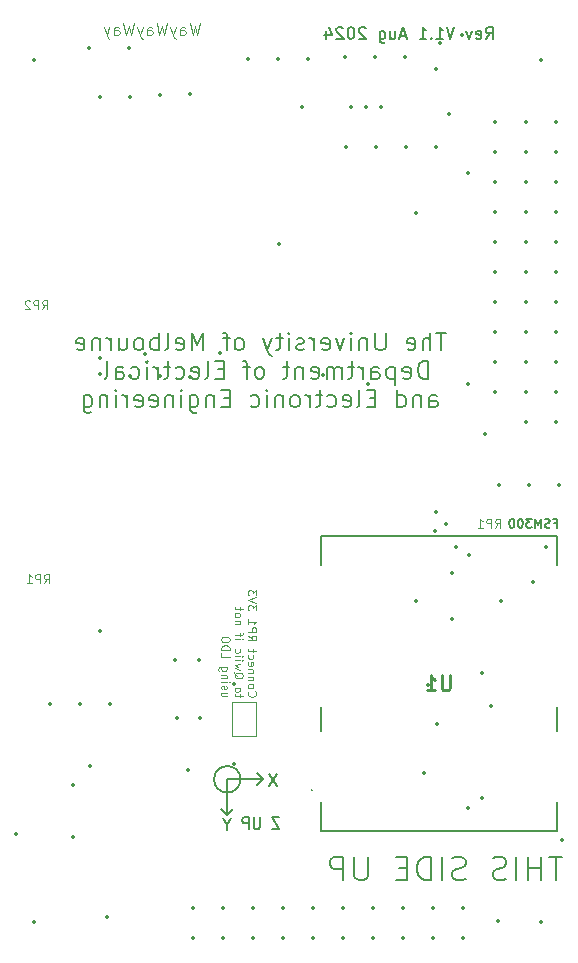
<source format=gbo>
%TF.GenerationSoftware,KiCad,Pcbnew,7.0.10*%
%TF.CreationDate,2024-08-19T10:26:00+10:00*%
%TF.ProjectId,AI4R-SENSORPCB,41493452-2d53-4454-9e53-4f525043422e,rev?*%
%TF.SameCoordinates,Original*%
%TF.FileFunction,Legend,Bot*%
%TF.FilePolarity,Positive*%
%FSLAX46Y46*%
G04 Gerber Fmt 4.6, Leading zero omitted, Abs format (unit mm)*
G04 Created by KiCad (PCBNEW 7.0.10) date 2024-08-19 10:26:00*
%MOMM*%
%LPD*%
G01*
G04 APERTURE LIST*
%ADD10C,0.150000*%
%ADD11C,0.100000*%
%ADD12C,0.200000*%
%ADD13C,0.254000*%
%ADD14C,0.120000*%
%ADD15C,0.350000*%
G04 APERTURE END LIST*
D10*
X33018034Y-76400000D02*
G75*
G03*
X30781966Y-76400000I-1118034J0D01*
G01*
X30781966Y-76400000D02*
G75*
G03*
X33018034Y-76400000I1118034J0D01*
G01*
X34400000Y-76900000D02*
X34900000Y-76400000D01*
X34900000Y-76400000D02*
X31900000Y-76400000D01*
X32400000Y-78900000D02*
X31900000Y-79400000D01*
X31900000Y-79400000D02*
X31400000Y-78900000D01*
X34900000Y-76400000D02*
X34400000Y-75900000D01*
X31900000Y-79400000D02*
X31900000Y-76400000D01*
X36272744Y-79619819D02*
X35672744Y-79619819D01*
X35672744Y-79619819D02*
X36272744Y-80619819D01*
X36272744Y-80619819D02*
X35672744Y-80619819D01*
X34644173Y-79619819D02*
X34644173Y-80429342D01*
X34644173Y-80429342D02*
X34601316Y-80524580D01*
X34601316Y-80524580D02*
X34558459Y-80572200D01*
X34558459Y-80572200D02*
X34472744Y-80619819D01*
X34472744Y-80619819D02*
X34301316Y-80619819D01*
X34301316Y-80619819D02*
X34215601Y-80572200D01*
X34215601Y-80572200D02*
X34172744Y-80524580D01*
X34172744Y-80524580D02*
X34129887Y-80429342D01*
X34129887Y-80429342D02*
X34129887Y-79619819D01*
X33701316Y-80619819D02*
X33701316Y-79619819D01*
X33701316Y-79619819D02*
X33358459Y-79619819D01*
X33358459Y-79619819D02*
X33272744Y-79667438D01*
X33272744Y-79667438D02*
X33229887Y-79715057D01*
X33229887Y-79715057D02*
X33187030Y-79810295D01*
X33187030Y-79810295D02*
X33187030Y-79953152D01*
X33187030Y-79953152D02*
X33229887Y-80048390D01*
X33229887Y-80048390D02*
X33272744Y-80096009D01*
X33272744Y-80096009D02*
X33358459Y-80143628D01*
X33358459Y-80143628D02*
X33701316Y-80143628D01*
D11*
X29591353Y-12372419D02*
X29353258Y-13372419D01*
X29353258Y-13372419D02*
X29162782Y-12658133D01*
X29162782Y-12658133D02*
X28972306Y-13372419D01*
X28972306Y-13372419D02*
X28734211Y-12372419D01*
X27924687Y-13372419D02*
X27924687Y-12848609D01*
X27924687Y-12848609D02*
X27972306Y-12753371D01*
X27972306Y-12753371D02*
X28067544Y-12705752D01*
X28067544Y-12705752D02*
X28258020Y-12705752D01*
X28258020Y-12705752D02*
X28353258Y-12753371D01*
X27924687Y-13324800D02*
X28019925Y-13372419D01*
X28019925Y-13372419D02*
X28258020Y-13372419D01*
X28258020Y-13372419D02*
X28353258Y-13324800D01*
X28353258Y-13324800D02*
X28400877Y-13229561D01*
X28400877Y-13229561D02*
X28400877Y-13134323D01*
X28400877Y-13134323D02*
X28353258Y-13039085D01*
X28353258Y-13039085D02*
X28258020Y-12991466D01*
X28258020Y-12991466D02*
X28019925Y-12991466D01*
X28019925Y-12991466D02*
X27924687Y-12943847D01*
X27543734Y-12705752D02*
X27305639Y-13372419D01*
X27067544Y-12705752D02*
X27305639Y-13372419D01*
X27305639Y-13372419D02*
X27400877Y-13610514D01*
X27400877Y-13610514D02*
X27448496Y-13658133D01*
X27448496Y-13658133D02*
X27543734Y-13705752D01*
X26781829Y-12372419D02*
X26543734Y-13372419D01*
X26543734Y-13372419D02*
X26353258Y-12658133D01*
X26353258Y-12658133D02*
X26162782Y-13372419D01*
X26162782Y-13372419D02*
X25924687Y-12372419D01*
X25115163Y-13372419D02*
X25115163Y-12848609D01*
X25115163Y-12848609D02*
X25162782Y-12753371D01*
X25162782Y-12753371D02*
X25258020Y-12705752D01*
X25258020Y-12705752D02*
X25448496Y-12705752D01*
X25448496Y-12705752D02*
X25543734Y-12753371D01*
X25115163Y-13324800D02*
X25210401Y-13372419D01*
X25210401Y-13372419D02*
X25448496Y-13372419D01*
X25448496Y-13372419D02*
X25543734Y-13324800D01*
X25543734Y-13324800D02*
X25591353Y-13229561D01*
X25591353Y-13229561D02*
X25591353Y-13134323D01*
X25591353Y-13134323D02*
X25543734Y-13039085D01*
X25543734Y-13039085D02*
X25448496Y-12991466D01*
X25448496Y-12991466D02*
X25210401Y-12991466D01*
X25210401Y-12991466D02*
X25115163Y-12943847D01*
X24734210Y-12705752D02*
X24496115Y-13372419D01*
X24258020Y-12705752D02*
X24496115Y-13372419D01*
X24496115Y-13372419D02*
X24591353Y-13610514D01*
X24591353Y-13610514D02*
X24638972Y-13658133D01*
X24638972Y-13658133D02*
X24734210Y-13705752D01*
X23972305Y-12372419D02*
X23734210Y-13372419D01*
X23734210Y-13372419D02*
X23543734Y-12658133D01*
X23543734Y-12658133D02*
X23353258Y-13372419D01*
X23353258Y-13372419D02*
X23115163Y-12372419D01*
X22305639Y-13372419D02*
X22305639Y-12848609D01*
X22305639Y-12848609D02*
X22353258Y-12753371D01*
X22353258Y-12753371D02*
X22448496Y-12705752D01*
X22448496Y-12705752D02*
X22638972Y-12705752D01*
X22638972Y-12705752D02*
X22734210Y-12753371D01*
X22305639Y-13324800D02*
X22400877Y-13372419D01*
X22400877Y-13372419D02*
X22638972Y-13372419D01*
X22638972Y-13372419D02*
X22734210Y-13324800D01*
X22734210Y-13324800D02*
X22781829Y-13229561D01*
X22781829Y-13229561D02*
X22781829Y-13134323D01*
X22781829Y-13134323D02*
X22734210Y-13039085D01*
X22734210Y-13039085D02*
X22638972Y-12991466D01*
X22638972Y-12991466D02*
X22400877Y-12991466D01*
X22400877Y-12991466D02*
X22305639Y-12943847D01*
X21924686Y-12705752D02*
X21686591Y-13372419D01*
X21448496Y-12705752D02*
X21686591Y-13372419D01*
X21686591Y-13372419D02*
X21781829Y-13610514D01*
X21781829Y-13610514D02*
X21829448Y-13658133D01*
X21829448Y-13658133D02*
X21924686Y-13705752D01*
X16377068Y-59803014D02*
X16627068Y-59445871D01*
X16805639Y-59803014D02*
X16805639Y-59053014D01*
X16805639Y-59053014D02*
X16519925Y-59053014D01*
X16519925Y-59053014D02*
X16448496Y-59088728D01*
X16448496Y-59088728D02*
X16412782Y-59124442D01*
X16412782Y-59124442D02*
X16377068Y-59195871D01*
X16377068Y-59195871D02*
X16377068Y-59303014D01*
X16377068Y-59303014D02*
X16412782Y-59374442D01*
X16412782Y-59374442D02*
X16448496Y-59410157D01*
X16448496Y-59410157D02*
X16519925Y-59445871D01*
X16519925Y-59445871D02*
X16805639Y-59445871D01*
X16055639Y-59803014D02*
X16055639Y-59053014D01*
X16055639Y-59053014D02*
X15769925Y-59053014D01*
X15769925Y-59053014D02*
X15698496Y-59088728D01*
X15698496Y-59088728D02*
X15662782Y-59124442D01*
X15662782Y-59124442D02*
X15627068Y-59195871D01*
X15627068Y-59195871D02*
X15627068Y-59303014D01*
X15627068Y-59303014D02*
X15662782Y-59374442D01*
X15662782Y-59374442D02*
X15698496Y-59410157D01*
X15698496Y-59410157D02*
X15769925Y-59445871D01*
X15769925Y-59445871D02*
X16055639Y-59445871D01*
X14912782Y-59803014D02*
X15341353Y-59803014D01*
X15127068Y-59803014D02*
X15127068Y-59053014D01*
X15127068Y-59053014D02*
X15198496Y-59160157D01*
X15198496Y-59160157D02*
X15269925Y-59231585D01*
X15269925Y-59231585D02*
X15341353Y-59267300D01*
X33711533Y-68967544D02*
X33678200Y-69000877D01*
X33678200Y-69000877D02*
X33644866Y-69100877D01*
X33644866Y-69100877D02*
X33644866Y-69167544D01*
X33644866Y-69167544D02*
X33678200Y-69267544D01*
X33678200Y-69267544D02*
X33744866Y-69334211D01*
X33744866Y-69334211D02*
X33811533Y-69367544D01*
X33811533Y-69367544D02*
X33944866Y-69400877D01*
X33944866Y-69400877D02*
X34044866Y-69400877D01*
X34044866Y-69400877D02*
X34178200Y-69367544D01*
X34178200Y-69367544D02*
X34244866Y-69334211D01*
X34244866Y-69334211D02*
X34311533Y-69267544D01*
X34311533Y-69267544D02*
X34344866Y-69167544D01*
X34344866Y-69167544D02*
X34344866Y-69100877D01*
X34344866Y-69100877D02*
X34311533Y-69000877D01*
X34311533Y-69000877D02*
X34278200Y-68967544D01*
X33644866Y-68567544D02*
X33678200Y-68634211D01*
X33678200Y-68634211D02*
X33711533Y-68667544D01*
X33711533Y-68667544D02*
X33778200Y-68700877D01*
X33778200Y-68700877D02*
X33978200Y-68700877D01*
X33978200Y-68700877D02*
X34044866Y-68667544D01*
X34044866Y-68667544D02*
X34078200Y-68634211D01*
X34078200Y-68634211D02*
X34111533Y-68567544D01*
X34111533Y-68567544D02*
X34111533Y-68467544D01*
X34111533Y-68467544D02*
X34078200Y-68400877D01*
X34078200Y-68400877D02*
X34044866Y-68367544D01*
X34044866Y-68367544D02*
X33978200Y-68334211D01*
X33978200Y-68334211D02*
X33778200Y-68334211D01*
X33778200Y-68334211D02*
X33711533Y-68367544D01*
X33711533Y-68367544D02*
X33678200Y-68400877D01*
X33678200Y-68400877D02*
X33644866Y-68467544D01*
X33644866Y-68467544D02*
X33644866Y-68567544D01*
X34111533Y-68034211D02*
X33644866Y-68034211D01*
X34044866Y-68034211D02*
X34078200Y-68000878D01*
X34078200Y-68000878D02*
X34111533Y-67934211D01*
X34111533Y-67934211D02*
X34111533Y-67834211D01*
X34111533Y-67834211D02*
X34078200Y-67767544D01*
X34078200Y-67767544D02*
X34011533Y-67734211D01*
X34011533Y-67734211D02*
X33644866Y-67734211D01*
X34111533Y-67400878D02*
X33644866Y-67400878D01*
X34044866Y-67400878D02*
X34078200Y-67367545D01*
X34078200Y-67367545D02*
X34111533Y-67300878D01*
X34111533Y-67300878D02*
X34111533Y-67200878D01*
X34111533Y-67200878D02*
X34078200Y-67134211D01*
X34078200Y-67134211D02*
X34011533Y-67100878D01*
X34011533Y-67100878D02*
X33644866Y-67100878D01*
X33678200Y-66500878D02*
X33644866Y-66567545D01*
X33644866Y-66567545D02*
X33644866Y-66700878D01*
X33644866Y-66700878D02*
X33678200Y-66767545D01*
X33678200Y-66767545D02*
X33744866Y-66800878D01*
X33744866Y-66800878D02*
X34011533Y-66800878D01*
X34011533Y-66800878D02*
X34078200Y-66767545D01*
X34078200Y-66767545D02*
X34111533Y-66700878D01*
X34111533Y-66700878D02*
X34111533Y-66567545D01*
X34111533Y-66567545D02*
X34078200Y-66500878D01*
X34078200Y-66500878D02*
X34011533Y-66467545D01*
X34011533Y-66467545D02*
X33944866Y-66467545D01*
X33944866Y-66467545D02*
X33878200Y-66800878D01*
X33678200Y-65867545D02*
X33644866Y-65934212D01*
X33644866Y-65934212D02*
X33644866Y-66067545D01*
X33644866Y-66067545D02*
X33678200Y-66134212D01*
X33678200Y-66134212D02*
X33711533Y-66167545D01*
X33711533Y-66167545D02*
X33778200Y-66200878D01*
X33778200Y-66200878D02*
X33978200Y-66200878D01*
X33978200Y-66200878D02*
X34044866Y-66167545D01*
X34044866Y-66167545D02*
X34078200Y-66134212D01*
X34078200Y-66134212D02*
X34111533Y-66067545D01*
X34111533Y-66067545D02*
X34111533Y-65934212D01*
X34111533Y-65934212D02*
X34078200Y-65867545D01*
X34111533Y-65667545D02*
X34111533Y-65400878D01*
X34344866Y-65567545D02*
X33744866Y-65567545D01*
X33744866Y-65567545D02*
X33678200Y-65534212D01*
X33678200Y-65534212D02*
X33644866Y-65467545D01*
X33644866Y-65467545D02*
X33644866Y-65400878D01*
X33644866Y-64234212D02*
X33978200Y-64467545D01*
X33644866Y-64634212D02*
X34344866Y-64634212D01*
X34344866Y-64634212D02*
X34344866Y-64367545D01*
X34344866Y-64367545D02*
X34311533Y-64300879D01*
X34311533Y-64300879D02*
X34278200Y-64267545D01*
X34278200Y-64267545D02*
X34211533Y-64234212D01*
X34211533Y-64234212D02*
X34111533Y-64234212D01*
X34111533Y-64234212D02*
X34044866Y-64267545D01*
X34044866Y-64267545D02*
X34011533Y-64300879D01*
X34011533Y-64300879D02*
X33978200Y-64367545D01*
X33978200Y-64367545D02*
X33978200Y-64634212D01*
X33644866Y-63934212D02*
X34344866Y-63934212D01*
X34344866Y-63934212D02*
X34344866Y-63667545D01*
X34344866Y-63667545D02*
X34311533Y-63600879D01*
X34311533Y-63600879D02*
X34278200Y-63567545D01*
X34278200Y-63567545D02*
X34211533Y-63534212D01*
X34211533Y-63534212D02*
X34111533Y-63534212D01*
X34111533Y-63534212D02*
X34044866Y-63567545D01*
X34044866Y-63567545D02*
X34011533Y-63600879D01*
X34011533Y-63600879D02*
X33978200Y-63667545D01*
X33978200Y-63667545D02*
X33978200Y-63934212D01*
X33644866Y-62867545D02*
X33644866Y-63267545D01*
X33644866Y-63067545D02*
X34344866Y-63067545D01*
X34344866Y-63067545D02*
X34244866Y-63134212D01*
X34244866Y-63134212D02*
X34178200Y-63200879D01*
X34178200Y-63200879D02*
X34144866Y-63267545D01*
X34344866Y-62100879D02*
X34344866Y-61667545D01*
X34344866Y-61667545D02*
X34078200Y-61900879D01*
X34078200Y-61900879D02*
X34078200Y-61800879D01*
X34078200Y-61800879D02*
X34044866Y-61734212D01*
X34044866Y-61734212D02*
X34011533Y-61700879D01*
X34011533Y-61700879D02*
X33944866Y-61667545D01*
X33944866Y-61667545D02*
X33778200Y-61667545D01*
X33778200Y-61667545D02*
X33711533Y-61700879D01*
X33711533Y-61700879D02*
X33678200Y-61734212D01*
X33678200Y-61734212D02*
X33644866Y-61800879D01*
X33644866Y-61800879D02*
X33644866Y-62000879D01*
X33644866Y-62000879D02*
X33678200Y-62067545D01*
X33678200Y-62067545D02*
X33711533Y-62100879D01*
X34344866Y-61467545D02*
X33644866Y-61234212D01*
X33644866Y-61234212D02*
X34344866Y-61000878D01*
X34344866Y-60834212D02*
X34344866Y-60400878D01*
X34344866Y-60400878D02*
X34078200Y-60634212D01*
X34078200Y-60634212D02*
X34078200Y-60534212D01*
X34078200Y-60534212D02*
X34044866Y-60467545D01*
X34044866Y-60467545D02*
X34011533Y-60434212D01*
X34011533Y-60434212D02*
X33944866Y-60400878D01*
X33944866Y-60400878D02*
X33778200Y-60400878D01*
X33778200Y-60400878D02*
X33711533Y-60434212D01*
X33711533Y-60434212D02*
X33678200Y-60467545D01*
X33678200Y-60467545D02*
X33644866Y-60534212D01*
X33644866Y-60534212D02*
X33644866Y-60734212D01*
X33644866Y-60734212D02*
X33678200Y-60800878D01*
X33678200Y-60800878D02*
X33711533Y-60834212D01*
X32984533Y-69467544D02*
X32984533Y-69200877D01*
X33217866Y-69367544D02*
X32617866Y-69367544D01*
X32617866Y-69367544D02*
X32551200Y-69334211D01*
X32551200Y-69334211D02*
X32517866Y-69267544D01*
X32517866Y-69267544D02*
X32517866Y-69200877D01*
X32517866Y-68867544D02*
X32551200Y-68934211D01*
X32551200Y-68934211D02*
X32584533Y-68967544D01*
X32584533Y-68967544D02*
X32651200Y-69000877D01*
X32651200Y-69000877D02*
X32851200Y-69000877D01*
X32851200Y-69000877D02*
X32917866Y-68967544D01*
X32917866Y-68967544D02*
X32951200Y-68934211D01*
X32951200Y-68934211D02*
X32984533Y-68867544D01*
X32984533Y-68867544D02*
X32984533Y-68767544D01*
X32984533Y-68767544D02*
X32951200Y-68700877D01*
X32951200Y-68700877D02*
X32917866Y-68667544D01*
X32917866Y-68667544D02*
X32851200Y-68634211D01*
X32851200Y-68634211D02*
X32651200Y-68634211D01*
X32651200Y-68634211D02*
X32584533Y-68667544D01*
X32584533Y-68667544D02*
X32551200Y-68700877D01*
X32551200Y-68700877D02*
X32517866Y-68767544D01*
X32517866Y-68767544D02*
X32517866Y-68867544D01*
X32451200Y-67334211D02*
X32484533Y-67400878D01*
X32484533Y-67400878D02*
X32551200Y-67467545D01*
X32551200Y-67467545D02*
X32651200Y-67567545D01*
X32651200Y-67567545D02*
X32684533Y-67634211D01*
X32684533Y-67634211D02*
X32684533Y-67700878D01*
X32517866Y-67667545D02*
X32551200Y-67734211D01*
X32551200Y-67734211D02*
X32617866Y-67800878D01*
X32617866Y-67800878D02*
X32751200Y-67834211D01*
X32751200Y-67834211D02*
X32984533Y-67834211D01*
X32984533Y-67834211D02*
X33117866Y-67800878D01*
X33117866Y-67800878D02*
X33184533Y-67734211D01*
X33184533Y-67734211D02*
X33217866Y-67667545D01*
X33217866Y-67667545D02*
X33217866Y-67534211D01*
X33217866Y-67534211D02*
X33184533Y-67467545D01*
X33184533Y-67467545D02*
X33117866Y-67400878D01*
X33117866Y-67400878D02*
X32984533Y-67367545D01*
X32984533Y-67367545D02*
X32751200Y-67367545D01*
X32751200Y-67367545D02*
X32617866Y-67400878D01*
X32617866Y-67400878D02*
X32551200Y-67467545D01*
X32551200Y-67467545D02*
X32517866Y-67534211D01*
X32517866Y-67534211D02*
X32517866Y-67667545D01*
X32984533Y-67134212D02*
X32517866Y-67000878D01*
X32517866Y-67000878D02*
X32851200Y-66867545D01*
X32851200Y-66867545D02*
X32517866Y-66734212D01*
X32517866Y-66734212D02*
X32984533Y-66600878D01*
X32517866Y-66334212D02*
X32984533Y-66334212D01*
X33217866Y-66334212D02*
X33184533Y-66367545D01*
X33184533Y-66367545D02*
X33151200Y-66334212D01*
X33151200Y-66334212D02*
X33184533Y-66300879D01*
X33184533Y-66300879D02*
X33217866Y-66334212D01*
X33217866Y-66334212D02*
X33151200Y-66334212D01*
X32517866Y-66000879D02*
X32984533Y-66000879D01*
X33217866Y-66000879D02*
X33184533Y-66034212D01*
X33184533Y-66034212D02*
X33151200Y-66000879D01*
X33151200Y-66000879D02*
X33184533Y-65967546D01*
X33184533Y-65967546D02*
X33217866Y-66000879D01*
X33217866Y-66000879D02*
X33151200Y-66000879D01*
X32551200Y-65367546D02*
X32517866Y-65434213D01*
X32517866Y-65434213D02*
X32517866Y-65567546D01*
X32517866Y-65567546D02*
X32551200Y-65634213D01*
X32551200Y-65634213D02*
X32584533Y-65667546D01*
X32584533Y-65667546D02*
X32651200Y-65700879D01*
X32651200Y-65700879D02*
X32851200Y-65700879D01*
X32851200Y-65700879D02*
X32917866Y-65667546D01*
X32917866Y-65667546D02*
X32951200Y-65634213D01*
X32951200Y-65634213D02*
X32984533Y-65567546D01*
X32984533Y-65567546D02*
X32984533Y-65434213D01*
X32984533Y-65434213D02*
X32951200Y-65367546D01*
X32517866Y-64534213D02*
X32984533Y-64534213D01*
X33217866Y-64534213D02*
X33184533Y-64567546D01*
X33184533Y-64567546D02*
X33151200Y-64534213D01*
X33151200Y-64534213D02*
X33184533Y-64500880D01*
X33184533Y-64500880D02*
X33217866Y-64534213D01*
X33217866Y-64534213D02*
X33151200Y-64534213D01*
X32984533Y-64300880D02*
X32984533Y-64034213D01*
X32517866Y-64200880D02*
X33117866Y-64200880D01*
X33117866Y-64200880D02*
X33184533Y-64167547D01*
X33184533Y-64167547D02*
X33217866Y-64100880D01*
X33217866Y-64100880D02*
X33217866Y-64034213D01*
X32984533Y-63267547D02*
X32517866Y-63267547D01*
X32917866Y-63267547D02*
X32951200Y-63234214D01*
X32951200Y-63234214D02*
X32984533Y-63167547D01*
X32984533Y-63167547D02*
X32984533Y-63067547D01*
X32984533Y-63067547D02*
X32951200Y-63000880D01*
X32951200Y-63000880D02*
X32884533Y-62967547D01*
X32884533Y-62967547D02*
X32517866Y-62967547D01*
X32517866Y-62534214D02*
X32551200Y-62600881D01*
X32551200Y-62600881D02*
X32584533Y-62634214D01*
X32584533Y-62634214D02*
X32651200Y-62667547D01*
X32651200Y-62667547D02*
X32851200Y-62667547D01*
X32851200Y-62667547D02*
X32917866Y-62634214D01*
X32917866Y-62634214D02*
X32951200Y-62600881D01*
X32951200Y-62600881D02*
X32984533Y-62534214D01*
X32984533Y-62534214D02*
X32984533Y-62434214D01*
X32984533Y-62434214D02*
X32951200Y-62367547D01*
X32951200Y-62367547D02*
X32917866Y-62334214D01*
X32917866Y-62334214D02*
X32851200Y-62300881D01*
X32851200Y-62300881D02*
X32651200Y-62300881D01*
X32651200Y-62300881D02*
X32584533Y-62334214D01*
X32584533Y-62334214D02*
X32551200Y-62367547D01*
X32551200Y-62367547D02*
X32517866Y-62434214D01*
X32517866Y-62434214D02*
X32517866Y-62534214D01*
X32984533Y-62100881D02*
X32984533Y-61834214D01*
X33217866Y-62000881D02*
X32617866Y-62000881D01*
X32617866Y-62000881D02*
X32551200Y-61967548D01*
X32551200Y-61967548D02*
X32517866Y-61900881D01*
X32517866Y-61900881D02*
X32517866Y-61834214D01*
X31857533Y-69067544D02*
X31390866Y-69067544D01*
X31857533Y-69367544D02*
X31490866Y-69367544D01*
X31490866Y-69367544D02*
X31424200Y-69334211D01*
X31424200Y-69334211D02*
X31390866Y-69267544D01*
X31390866Y-69267544D02*
X31390866Y-69167544D01*
X31390866Y-69167544D02*
X31424200Y-69100877D01*
X31424200Y-69100877D02*
X31457533Y-69067544D01*
X31424200Y-68767544D02*
X31390866Y-68700878D01*
X31390866Y-68700878D02*
X31390866Y-68567544D01*
X31390866Y-68567544D02*
X31424200Y-68500878D01*
X31424200Y-68500878D02*
X31490866Y-68467544D01*
X31490866Y-68467544D02*
X31524200Y-68467544D01*
X31524200Y-68467544D02*
X31590866Y-68500878D01*
X31590866Y-68500878D02*
X31624200Y-68567544D01*
X31624200Y-68567544D02*
X31624200Y-68667544D01*
X31624200Y-68667544D02*
X31657533Y-68734211D01*
X31657533Y-68734211D02*
X31724200Y-68767544D01*
X31724200Y-68767544D02*
X31757533Y-68767544D01*
X31757533Y-68767544D02*
X31824200Y-68734211D01*
X31824200Y-68734211D02*
X31857533Y-68667544D01*
X31857533Y-68667544D02*
X31857533Y-68567544D01*
X31857533Y-68567544D02*
X31824200Y-68500878D01*
X31390866Y-68167544D02*
X31857533Y-68167544D01*
X32090866Y-68167544D02*
X32057533Y-68200877D01*
X32057533Y-68200877D02*
X32024200Y-68167544D01*
X32024200Y-68167544D02*
X32057533Y-68134211D01*
X32057533Y-68134211D02*
X32090866Y-68167544D01*
X32090866Y-68167544D02*
X32024200Y-68167544D01*
X31857533Y-67834211D02*
X31390866Y-67834211D01*
X31790866Y-67834211D02*
X31824200Y-67800878D01*
X31824200Y-67800878D02*
X31857533Y-67734211D01*
X31857533Y-67734211D02*
X31857533Y-67634211D01*
X31857533Y-67634211D02*
X31824200Y-67567544D01*
X31824200Y-67567544D02*
X31757533Y-67534211D01*
X31757533Y-67534211D02*
X31390866Y-67534211D01*
X31857533Y-66900878D02*
X31290866Y-66900878D01*
X31290866Y-66900878D02*
X31224200Y-66934211D01*
X31224200Y-66934211D02*
X31190866Y-66967545D01*
X31190866Y-66967545D02*
X31157533Y-67034211D01*
X31157533Y-67034211D02*
X31157533Y-67134211D01*
X31157533Y-67134211D02*
X31190866Y-67200878D01*
X31424200Y-66900878D02*
X31390866Y-66967545D01*
X31390866Y-66967545D02*
X31390866Y-67100878D01*
X31390866Y-67100878D02*
X31424200Y-67167545D01*
X31424200Y-67167545D02*
X31457533Y-67200878D01*
X31457533Y-67200878D02*
X31524200Y-67234211D01*
X31524200Y-67234211D02*
X31724200Y-67234211D01*
X31724200Y-67234211D02*
X31790866Y-67200878D01*
X31790866Y-67200878D02*
X31824200Y-67167545D01*
X31824200Y-67167545D02*
X31857533Y-67100878D01*
X31857533Y-67100878D02*
X31857533Y-66967545D01*
X31857533Y-66967545D02*
X31824200Y-66900878D01*
X31390866Y-65700879D02*
X31390866Y-66034212D01*
X31390866Y-66034212D02*
X32090866Y-66034212D01*
X31390866Y-65467545D02*
X32090866Y-65467545D01*
X32090866Y-65467545D02*
X32090866Y-65300878D01*
X32090866Y-65300878D02*
X32057533Y-65200878D01*
X32057533Y-65200878D02*
X31990866Y-65134212D01*
X31990866Y-65134212D02*
X31924200Y-65100878D01*
X31924200Y-65100878D02*
X31790866Y-65067545D01*
X31790866Y-65067545D02*
X31690866Y-65067545D01*
X31690866Y-65067545D02*
X31557533Y-65100878D01*
X31557533Y-65100878D02*
X31490866Y-65134212D01*
X31490866Y-65134212D02*
X31424200Y-65200878D01*
X31424200Y-65200878D02*
X31390866Y-65300878D01*
X31390866Y-65300878D02*
X31390866Y-65467545D01*
X32090866Y-64634212D02*
X32090866Y-64500878D01*
X32090866Y-64500878D02*
X32057533Y-64434212D01*
X32057533Y-64434212D02*
X31990866Y-64367545D01*
X31990866Y-64367545D02*
X31857533Y-64334212D01*
X31857533Y-64334212D02*
X31624200Y-64334212D01*
X31624200Y-64334212D02*
X31490866Y-64367545D01*
X31490866Y-64367545D02*
X31424200Y-64434212D01*
X31424200Y-64434212D02*
X31390866Y-64500878D01*
X31390866Y-64500878D02*
X31390866Y-64634212D01*
X31390866Y-64634212D02*
X31424200Y-64700878D01*
X31424200Y-64700878D02*
X31490866Y-64767545D01*
X31490866Y-64767545D02*
X31624200Y-64800878D01*
X31624200Y-64800878D02*
X31857533Y-64800878D01*
X31857533Y-64800878D02*
X31990866Y-64767545D01*
X31990866Y-64767545D02*
X32057533Y-64700878D01*
X32057533Y-64700878D02*
X32090866Y-64634212D01*
D10*
X35441541Y-76990180D02*
X36108207Y-75990180D01*
X36108207Y-76990180D02*
X35441541Y-75990180D01*
D12*
X50449999Y-38576028D02*
X49592857Y-38576028D01*
X50021428Y-40076028D02*
X50021428Y-38576028D01*
X49092857Y-40076028D02*
X49092857Y-38576028D01*
X48450000Y-40076028D02*
X48450000Y-39290314D01*
X48450000Y-39290314D02*
X48521428Y-39147457D01*
X48521428Y-39147457D02*
X48664285Y-39076028D01*
X48664285Y-39076028D02*
X48878571Y-39076028D01*
X48878571Y-39076028D02*
X49021428Y-39147457D01*
X49021428Y-39147457D02*
X49092857Y-39218885D01*
X47164285Y-40004600D02*
X47307142Y-40076028D01*
X47307142Y-40076028D02*
X47592857Y-40076028D01*
X47592857Y-40076028D02*
X47735714Y-40004600D01*
X47735714Y-40004600D02*
X47807142Y-39861742D01*
X47807142Y-39861742D02*
X47807142Y-39290314D01*
X47807142Y-39290314D02*
X47735714Y-39147457D01*
X47735714Y-39147457D02*
X47592857Y-39076028D01*
X47592857Y-39076028D02*
X47307142Y-39076028D01*
X47307142Y-39076028D02*
X47164285Y-39147457D01*
X47164285Y-39147457D02*
X47092857Y-39290314D01*
X47092857Y-39290314D02*
X47092857Y-39433171D01*
X47092857Y-39433171D02*
X47807142Y-39576028D01*
X45307143Y-38576028D02*
X45307143Y-39790314D01*
X45307143Y-39790314D02*
X45235714Y-39933171D01*
X45235714Y-39933171D02*
X45164286Y-40004600D01*
X45164286Y-40004600D02*
X45021428Y-40076028D01*
X45021428Y-40076028D02*
X44735714Y-40076028D01*
X44735714Y-40076028D02*
X44592857Y-40004600D01*
X44592857Y-40004600D02*
X44521428Y-39933171D01*
X44521428Y-39933171D02*
X44450000Y-39790314D01*
X44450000Y-39790314D02*
X44450000Y-38576028D01*
X43735714Y-39076028D02*
X43735714Y-40076028D01*
X43735714Y-39218885D02*
X43664285Y-39147457D01*
X43664285Y-39147457D02*
X43521428Y-39076028D01*
X43521428Y-39076028D02*
X43307142Y-39076028D01*
X43307142Y-39076028D02*
X43164285Y-39147457D01*
X43164285Y-39147457D02*
X43092857Y-39290314D01*
X43092857Y-39290314D02*
X43092857Y-40076028D01*
X42378571Y-40076028D02*
X42378571Y-39076028D01*
X42378571Y-38576028D02*
X42449999Y-38647457D01*
X42449999Y-38647457D02*
X42378571Y-38718885D01*
X42378571Y-38718885D02*
X42307142Y-38647457D01*
X42307142Y-38647457D02*
X42378571Y-38576028D01*
X42378571Y-38576028D02*
X42378571Y-38718885D01*
X41807142Y-39076028D02*
X41449999Y-40076028D01*
X41449999Y-40076028D02*
X41092856Y-39076028D01*
X39949999Y-40004600D02*
X40092856Y-40076028D01*
X40092856Y-40076028D02*
X40378571Y-40076028D01*
X40378571Y-40076028D02*
X40521428Y-40004600D01*
X40521428Y-40004600D02*
X40592856Y-39861742D01*
X40592856Y-39861742D02*
X40592856Y-39290314D01*
X40592856Y-39290314D02*
X40521428Y-39147457D01*
X40521428Y-39147457D02*
X40378571Y-39076028D01*
X40378571Y-39076028D02*
X40092856Y-39076028D01*
X40092856Y-39076028D02*
X39949999Y-39147457D01*
X39949999Y-39147457D02*
X39878571Y-39290314D01*
X39878571Y-39290314D02*
X39878571Y-39433171D01*
X39878571Y-39433171D02*
X40592856Y-39576028D01*
X39235714Y-40076028D02*
X39235714Y-39076028D01*
X39235714Y-39361742D02*
X39164285Y-39218885D01*
X39164285Y-39218885D02*
X39092857Y-39147457D01*
X39092857Y-39147457D02*
X38949999Y-39076028D01*
X38949999Y-39076028D02*
X38807142Y-39076028D01*
X38378571Y-40004600D02*
X38235714Y-40076028D01*
X38235714Y-40076028D02*
X37950000Y-40076028D01*
X37950000Y-40076028D02*
X37807143Y-40004600D01*
X37807143Y-40004600D02*
X37735714Y-39861742D01*
X37735714Y-39861742D02*
X37735714Y-39790314D01*
X37735714Y-39790314D02*
X37807143Y-39647457D01*
X37807143Y-39647457D02*
X37950000Y-39576028D01*
X37950000Y-39576028D02*
X38164286Y-39576028D01*
X38164286Y-39576028D02*
X38307143Y-39504600D01*
X38307143Y-39504600D02*
X38378571Y-39361742D01*
X38378571Y-39361742D02*
X38378571Y-39290314D01*
X38378571Y-39290314D02*
X38307143Y-39147457D01*
X38307143Y-39147457D02*
X38164286Y-39076028D01*
X38164286Y-39076028D02*
X37950000Y-39076028D01*
X37950000Y-39076028D02*
X37807143Y-39147457D01*
X37092857Y-40076028D02*
X37092857Y-39076028D01*
X37092857Y-38576028D02*
X37164285Y-38647457D01*
X37164285Y-38647457D02*
X37092857Y-38718885D01*
X37092857Y-38718885D02*
X37021428Y-38647457D01*
X37021428Y-38647457D02*
X37092857Y-38576028D01*
X37092857Y-38576028D02*
X37092857Y-38718885D01*
X36592856Y-39076028D02*
X36021428Y-39076028D01*
X36378571Y-38576028D02*
X36378571Y-39861742D01*
X36378571Y-39861742D02*
X36307142Y-40004600D01*
X36307142Y-40004600D02*
X36164285Y-40076028D01*
X36164285Y-40076028D02*
X36021428Y-40076028D01*
X35664285Y-39076028D02*
X35307142Y-40076028D01*
X34949999Y-39076028D02*
X35307142Y-40076028D01*
X35307142Y-40076028D02*
X35449999Y-40433171D01*
X35449999Y-40433171D02*
X35521428Y-40504600D01*
X35521428Y-40504600D02*
X35664285Y-40576028D01*
X33021428Y-40076028D02*
X33164285Y-40004600D01*
X33164285Y-40004600D02*
X33235714Y-39933171D01*
X33235714Y-39933171D02*
X33307142Y-39790314D01*
X33307142Y-39790314D02*
X33307142Y-39361742D01*
X33307142Y-39361742D02*
X33235714Y-39218885D01*
X33235714Y-39218885D02*
X33164285Y-39147457D01*
X33164285Y-39147457D02*
X33021428Y-39076028D01*
X33021428Y-39076028D02*
X32807142Y-39076028D01*
X32807142Y-39076028D02*
X32664285Y-39147457D01*
X32664285Y-39147457D02*
X32592857Y-39218885D01*
X32592857Y-39218885D02*
X32521428Y-39361742D01*
X32521428Y-39361742D02*
X32521428Y-39790314D01*
X32521428Y-39790314D02*
X32592857Y-39933171D01*
X32592857Y-39933171D02*
X32664285Y-40004600D01*
X32664285Y-40004600D02*
X32807142Y-40076028D01*
X32807142Y-40076028D02*
X33021428Y-40076028D01*
X32092856Y-39076028D02*
X31521428Y-39076028D01*
X31878571Y-40076028D02*
X31878571Y-38790314D01*
X31878571Y-38790314D02*
X31807142Y-38647457D01*
X31807142Y-38647457D02*
X31664285Y-38576028D01*
X31664285Y-38576028D02*
X31521428Y-38576028D01*
X29878571Y-40076028D02*
X29878571Y-38576028D01*
X29878571Y-38576028D02*
X29378571Y-39647457D01*
X29378571Y-39647457D02*
X28878571Y-38576028D01*
X28878571Y-38576028D02*
X28878571Y-40076028D01*
X27592856Y-40004600D02*
X27735713Y-40076028D01*
X27735713Y-40076028D02*
X28021428Y-40076028D01*
X28021428Y-40076028D02*
X28164285Y-40004600D01*
X28164285Y-40004600D02*
X28235713Y-39861742D01*
X28235713Y-39861742D02*
X28235713Y-39290314D01*
X28235713Y-39290314D02*
X28164285Y-39147457D01*
X28164285Y-39147457D02*
X28021428Y-39076028D01*
X28021428Y-39076028D02*
X27735713Y-39076028D01*
X27735713Y-39076028D02*
X27592856Y-39147457D01*
X27592856Y-39147457D02*
X27521428Y-39290314D01*
X27521428Y-39290314D02*
X27521428Y-39433171D01*
X27521428Y-39433171D02*
X28235713Y-39576028D01*
X26664285Y-40076028D02*
X26807142Y-40004600D01*
X26807142Y-40004600D02*
X26878571Y-39861742D01*
X26878571Y-39861742D02*
X26878571Y-38576028D01*
X26092857Y-40076028D02*
X26092857Y-38576028D01*
X26092857Y-39147457D02*
X25950000Y-39076028D01*
X25950000Y-39076028D02*
X25664285Y-39076028D01*
X25664285Y-39076028D02*
X25521428Y-39147457D01*
X25521428Y-39147457D02*
X25450000Y-39218885D01*
X25450000Y-39218885D02*
X25378571Y-39361742D01*
X25378571Y-39361742D02*
X25378571Y-39790314D01*
X25378571Y-39790314D02*
X25450000Y-39933171D01*
X25450000Y-39933171D02*
X25521428Y-40004600D01*
X25521428Y-40004600D02*
X25664285Y-40076028D01*
X25664285Y-40076028D02*
X25950000Y-40076028D01*
X25950000Y-40076028D02*
X26092857Y-40004600D01*
X24521428Y-40076028D02*
X24664285Y-40004600D01*
X24664285Y-40004600D02*
X24735714Y-39933171D01*
X24735714Y-39933171D02*
X24807142Y-39790314D01*
X24807142Y-39790314D02*
X24807142Y-39361742D01*
X24807142Y-39361742D02*
X24735714Y-39218885D01*
X24735714Y-39218885D02*
X24664285Y-39147457D01*
X24664285Y-39147457D02*
X24521428Y-39076028D01*
X24521428Y-39076028D02*
X24307142Y-39076028D01*
X24307142Y-39076028D02*
X24164285Y-39147457D01*
X24164285Y-39147457D02*
X24092857Y-39218885D01*
X24092857Y-39218885D02*
X24021428Y-39361742D01*
X24021428Y-39361742D02*
X24021428Y-39790314D01*
X24021428Y-39790314D02*
X24092857Y-39933171D01*
X24092857Y-39933171D02*
X24164285Y-40004600D01*
X24164285Y-40004600D02*
X24307142Y-40076028D01*
X24307142Y-40076028D02*
X24521428Y-40076028D01*
X22735714Y-39076028D02*
X22735714Y-40076028D01*
X23378571Y-39076028D02*
X23378571Y-39861742D01*
X23378571Y-39861742D02*
X23307142Y-40004600D01*
X23307142Y-40004600D02*
X23164285Y-40076028D01*
X23164285Y-40076028D02*
X22949999Y-40076028D01*
X22949999Y-40076028D02*
X22807142Y-40004600D01*
X22807142Y-40004600D02*
X22735714Y-39933171D01*
X22021428Y-40076028D02*
X22021428Y-39076028D01*
X22021428Y-39361742D02*
X21949999Y-39218885D01*
X21949999Y-39218885D02*
X21878571Y-39147457D01*
X21878571Y-39147457D02*
X21735713Y-39076028D01*
X21735713Y-39076028D02*
X21592856Y-39076028D01*
X21092857Y-39076028D02*
X21092857Y-40076028D01*
X21092857Y-39218885D02*
X21021428Y-39147457D01*
X21021428Y-39147457D02*
X20878571Y-39076028D01*
X20878571Y-39076028D02*
X20664285Y-39076028D01*
X20664285Y-39076028D02*
X20521428Y-39147457D01*
X20521428Y-39147457D02*
X20450000Y-39290314D01*
X20450000Y-39290314D02*
X20450000Y-40076028D01*
X19164285Y-40004600D02*
X19307142Y-40076028D01*
X19307142Y-40076028D02*
X19592857Y-40076028D01*
X19592857Y-40076028D02*
X19735714Y-40004600D01*
X19735714Y-40004600D02*
X19807142Y-39861742D01*
X19807142Y-39861742D02*
X19807142Y-39290314D01*
X19807142Y-39290314D02*
X19735714Y-39147457D01*
X19735714Y-39147457D02*
X19592857Y-39076028D01*
X19592857Y-39076028D02*
X19307142Y-39076028D01*
X19307142Y-39076028D02*
X19164285Y-39147457D01*
X19164285Y-39147457D02*
X19092857Y-39290314D01*
X19092857Y-39290314D02*
X19092857Y-39433171D01*
X19092857Y-39433171D02*
X19807142Y-39576028D01*
X48878570Y-42491028D02*
X48878570Y-40991028D01*
X48878570Y-40991028D02*
X48521427Y-40991028D01*
X48521427Y-40991028D02*
X48307141Y-41062457D01*
X48307141Y-41062457D02*
X48164284Y-41205314D01*
X48164284Y-41205314D02*
X48092855Y-41348171D01*
X48092855Y-41348171D02*
X48021427Y-41633885D01*
X48021427Y-41633885D02*
X48021427Y-41848171D01*
X48021427Y-41848171D02*
X48092855Y-42133885D01*
X48092855Y-42133885D02*
X48164284Y-42276742D01*
X48164284Y-42276742D02*
X48307141Y-42419600D01*
X48307141Y-42419600D02*
X48521427Y-42491028D01*
X48521427Y-42491028D02*
X48878570Y-42491028D01*
X46807141Y-42419600D02*
X46949998Y-42491028D01*
X46949998Y-42491028D02*
X47235713Y-42491028D01*
X47235713Y-42491028D02*
X47378570Y-42419600D01*
X47378570Y-42419600D02*
X47449998Y-42276742D01*
X47449998Y-42276742D02*
X47449998Y-41705314D01*
X47449998Y-41705314D02*
X47378570Y-41562457D01*
X47378570Y-41562457D02*
X47235713Y-41491028D01*
X47235713Y-41491028D02*
X46949998Y-41491028D01*
X46949998Y-41491028D02*
X46807141Y-41562457D01*
X46807141Y-41562457D02*
X46735713Y-41705314D01*
X46735713Y-41705314D02*
X46735713Y-41848171D01*
X46735713Y-41848171D02*
X47449998Y-41991028D01*
X46092856Y-41491028D02*
X46092856Y-42991028D01*
X46092856Y-41562457D02*
X45949999Y-41491028D01*
X45949999Y-41491028D02*
X45664284Y-41491028D01*
X45664284Y-41491028D02*
X45521427Y-41562457D01*
X45521427Y-41562457D02*
X45449999Y-41633885D01*
X45449999Y-41633885D02*
X45378570Y-41776742D01*
X45378570Y-41776742D02*
X45378570Y-42205314D01*
X45378570Y-42205314D02*
X45449999Y-42348171D01*
X45449999Y-42348171D02*
X45521427Y-42419600D01*
X45521427Y-42419600D02*
X45664284Y-42491028D01*
X45664284Y-42491028D02*
X45949999Y-42491028D01*
X45949999Y-42491028D02*
X46092856Y-42419600D01*
X44092856Y-42491028D02*
X44092856Y-41705314D01*
X44092856Y-41705314D02*
X44164284Y-41562457D01*
X44164284Y-41562457D02*
X44307141Y-41491028D01*
X44307141Y-41491028D02*
X44592856Y-41491028D01*
X44592856Y-41491028D02*
X44735713Y-41562457D01*
X44092856Y-42419600D02*
X44235713Y-42491028D01*
X44235713Y-42491028D02*
X44592856Y-42491028D01*
X44592856Y-42491028D02*
X44735713Y-42419600D01*
X44735713Y-42419600D02*
X44807141Y-42276742D01*
X44807141Y-42276742D02*
X44807141Y-42133885D01*
X44807141Y-42133885D02*
X44735713Y-41991028D01*
X44735713Y-41991028D02*
X44592856Y-41919600D01*
X44592856Y-41919600D02*
X44235713Y-41919600D01*
X44235713Y-41919600D02*
X44092856Y-41848171D01*
X43378570Y-42491028D02*
X43378570Y-41491028D01*
X43378570Y-41776742D02*
X43307141Y-41633885D01*
X43307141Y-41633885D02*
X43235713Y-41562457D01*
X43235713Y-41562457D02*
X43092855Y-41491028D01*
X43092855Y-41491028D02*
X42949998Y-41491028D01*
X42664284Y-41491028D02*
X42092856Y-41491028D01*
X42449999Y-40991028D02*
X42449999Y-42276742D01*
X42449999Y-42276742D02*
X42378570Y-42419600D01*
X42378570Y-42419600D02*
X42235713Y-42491028D01*
X42235713Y-42491028D02*
X42092856Y-42491028D01*
X41592856Y-42491028D02*
X41592856Y-41491028D01*
X41592856Y-41633885D02*
X41521427Y-41562457D01*
X41521427Y-41562457D02*
X41378570Y-41491028D01*
X41378570Y-41491028D02*
X41164284Y-41491028D01*
X41164284Y-41491028D02*
X41021427Y-41562457D01*
X41021427Y-41562457D02*
X40949999Y-41705314D01*
X40949999Y-41705314D02*
X40949999Y-42491028D01*
X40949999Y-41705314D02*
X40878570Y-41562457D01*
X40878570Y-41562457D02*
X40735713Y-41491028D01*
X40735713Y-41491028D02*
X40521427Y-41491028D01*
X40521427Y-41491028D02*
X40378570Y-41562457D01*
X40378570Y-41562457D02*
X40307141Y-41705314D01*
X40307141Y-41705314D02*
X40307141Y-42491028D01*
X39021427Y-42419600D02*
X39164284Y-42491028D01*
X39164284Y-42491028D02*
X39449999Y-42491028D01*
X39449999Y-42491028D02*
X39592856Y-42419600D01*
X39592856Y-42419600D02*
X39664284Y-42276742D01*
X39664284Y-42276742D02*
X39664284Y-41705314D01*
X39664284Y-41705314D02*
X39592856Y-41562457D01*
X39592856Y-41562457D02*
X39449999Y-41491028D01*
X39449999Y-41491028D02*
X39164284Y-41491028D01*
X39164284Y-41491028D02*
X39021427Y-41562457D01*
X39021427Y-41562457D02*
X38949999Y-41705314D01*
X38949999Y-41705314D02*
X38949999Y-41848171D01*
X38949999Y-41848171D02*
X39664284Y-41991028D01*
X38307142Y-41491028D02*
X38307142Y-42491028D01*
X38307142Y-41633885D02*
X38235713Y-41562457D01*
X38235713Y-41562457D02*
X38092856Y-41491028D01*
X38092856Y-41491028D02*
X37878570Y-41491028D01*
X37878570Y-41491028D02*
X37735713Y-41562457D01*
X37735713Y-41562457D02*
X37664285Y-41705314D01*
X37664285Y-41705314D02*
X37664285Y-42491028D01*
X37164284Y-41491028D02*
X36592856Y-41491028D01*
X36949999Y-40991028D02*
X36949999Y-42276742D01*
X36949999Y-42276742D02*
X36878570Y-42419600D01*
X36878570Y-42419600D02*
X36735713Y-42491028D01*
X36735713Y-42491028D02*
X36592856Y-42491028D01*
X34735713Y-42491028D02*
X34878570Y-42419600D01*
X34878570Y-42419600D02*
X34949999Y-42348171D01*
X34949999Y-42348171D02*
X35021427Y-42205314D01*
X35021427Y-42205314D02*
X35021427Y-41776742D01*
X35021427Y-41776742D02*
X34949999Y-41633885D01*
X34949999Y-41633885D02*
X34878570Y-41562457D01*
X34878570Y-41562457D02*
X34735713Y-41491028D01*
X34735713Y-41491028D02*
X34521427Y-41491028D01*
X34521427Y-41491028D02*
X34378570Y-41562457D01*
X34378570Y-41562457D02*
X34307142Y-41633885D01*
X34307142Y-41633885D02*
X34235713Y-41776742D01*
X34235713Y-41776742D02*
X34235713Y-42205314D01*
X34235713Y-42205314D02*
X34307142Y-42348171D01*
X34307142Y-42348171D02*
X34378570Y-42419600D01*
X34378570Y-42419600D02*
X34521427Y-42491028D01*
X34521427Y-42491028D02*
X34735713Y-42491028D01*
X33807141Y-41491028D02*
X33235713Y-41491028D01*
X33592856Y-42491028D02*
X33592856Y-41205314D01*
X33592856Y-41205314D02*
X33521427Y-41062457D01*
X33521427Y-41062457D02*
X33378570Y-40991028D01*
X33378570Y-40991028D02*
X33235713Y-40991028D01*
X31592856Y-41705314D02*
X31092856Y-41705314D01*
X30878570Y-42491028D02*
X31592856Y-42491028D01*
X31592856Y-42491028D02*
X31592856Y-40991028D01*
X31592856Y-40991028D02*
X30878570Y-40991028D01*
X30021427Y-42491028D02*
X30164284Y-42419600D01*
X30164284Y-42419600D02*
X30235713Y-42276742D01*
X30235713Y-42276742D02*
X30235713Y-40991028D01*
X28878570Y-42419600D02*
X29021427Y-42491028D01*
X29021427Y-42491028D02*
X29307142Y-42491028D01*
X29307142Y-42491028D02*
X29449999Y-42419600D01*
X29449999Y-42419600D02*
X29521427Y-42276742D01*
X29521427Y-42276742D02*
X29521427Y-41705314D01*
X29521427Y-41705314D02*
X29449999Y-41562457D01*
X29449999Y-41562457D02*
X29307142Y-41491028D01*
X29307142Y-41491028D02*
X29021427Y-41491028D01*
X29021427Y-41491028D02*
X28878570Y-41562457D01*
X28878570Y-41562457D02*
X28807142Y-41705314D01*
X28807142Y-41705314D02*
X28807142Y-41848171D01*
X28807142Y-41848171D02*
X29521427Y-41991028D01*
X27521428Y-42419600D02*
X27664285Y-42491028D01*
X27664285Y-42491028D02*
X27949999Y-42491028D01*
X27949999Y-42491028D02*
X28092856Y-42419600D01*
X28092856Y-42419600D02*
X28164285Y-42348171D01*
X28164285Y-42348171D02*
X28235713Y-42205314D01*
X28235713Y-42205314D02*
X28235713Y-41776742D01*
X28235713Y-41776742D02*
X28164285Y-41633885D01*
X28164285Y-41633885D02*
X28092856Y-41562457D01*
X28092856Y-41562457D02*
X27949999Y-41491028D01*
X27949999Y-41491028D02*
X27664285Y-41491028D01*
X27664285Y-41491028D02*
X27521428Y-41562457D01*
X27092856Y-41491028D02*
X26521428Y-41491028D01*
X26878571Y-40991028D02*
X26878571Y-42276742D01*
X26878571Y-42276742D02*
X26807142Y-42419600D01*
X26807142Y-42419600D02*
X26664285Y-42491028D01*
X26664285Y-42491028D02*
X26521428Y-42491028D01*
X26021428Y-42491028D02*
X26021428Y-41491028D01*
X26021428Y-41776742D02*
X25949999Y-41633885D01*
X25949999Y-41633885D02*
X25878571Y-41562457D01*
X25878571Y-41562457D02*
X25735713Y-41491028D01*
X25735713Y-41491028D02*
X25592856Y-41491028D01*
X25092857Y-42491028D02*
X25092857Y-41491028D01*
X25092857Y-40991028D02*
X25164285Y-41062457D01*
X25164285Y-41062457D02*
X25092857Y-41133885D01*
X25092857Y-41133885D02*
X25021428Y-41062457D01*
X25021428Y-41062457D02*
X25092857Y-40991028D01*
X25092857Y-40991028D02*
X25092857Y-41133885D01*
X23735714Y-42419600D02*
X23878571Y-42491028D01*
X23878571Y-42491028D02*
X24164285Y-42491028D01*
X24164285Y-42491028D02*
X24307142Y-42419600D01*
X24307142Y-42419600D02*
X24378571Y-42348171D01*
X24378571Y-42348171D02*
X24449999Y-42205314D01*
X24449999Y-42205314D02*
X24449999Y-41776742D01*
X24449999Y-41776742D02*
X24378571Y-41633885D01*
X24378571Y-41633885D02*
X24307142Y-41562457D01*
X24307142Y-41562457D02*
X24164285Y-41491028D01*
X24164285Y-41491028D02*
X23878571Y-41491028D01*
X23878571Y-41491028D02*
X23735714Y-41562457D01*
X22450000Y-42491028D02*
X22450000Y-41705314D01*
X22450000Y-41705314D02*
X22521428Y-41562457D01*
X22521428Y-41562457D02*
X22664285Y-41491028D01*
X22664285Y-41491028D02*
X22950000Y-41491028D01*
X22950000Y-41491028D02*
X23092857Y-41562457D01*
X22450000Y-42419600D02*
X22592857Y-42491028D01*
X22592857Y-42491028D02*
X22950000Y-42491028D01*
X22950000Y-42491028D02*
X23092857Y-42419600D01*
X23092857Y-42419600D02*
X23164285Y-42276742D01*
X23164285Y-42276742D02*
X23164285Y-42133885D01*
X23164285Y-42133885D02*
X23092857Y-41991028D01*
X23092857Y-41991028D02*
X22950000Y-41919600D01*
X22950000Y-41919600D02*
X22592857Y-41919600D01*
X22592857Y-41919600D02*
X22450000Y-41848171D01*
X21521428Y-42491028D02*
X21664285Y-42419600D01*
X21664285Y-42419600D02*
X21735714Y-42276742D01*
X21735714Y-42276742D02*
X21735714Y-40991028D01*
X49021428Y-44906028D02*
X49021428Y-44120314D01*
X49021428Y-44120314D02*
X49092856Y-43977457D01*
X49092856Y-43977457D02*
X49235713Y-43906028D01*
X49235713Y-43906028D02*
X49521428Y-43906028D01*
X49521428Y-43906028D02*
X49664285Y-43977457D01*
X49021428Y-44834600D02*
X49164285Y-44906028D01*
X49164285Y-44906028D02*
X49521428Y-44906028D01*
X49521428Y-44906028D02*
X49664285Y-44834600D01*
X49664285Y-44834600D02*
X49735713Y-44691742D01*
X49735713Y-44691742D02*
X49735713Y-44548885D01*
X49735713Y-44548885D02*
X49664285Y-44406028D01*
X49664285Y-44406028D02*
X49521428Y-44334600D01*
X49521428Y-44334600D02*
X49164285Y-44334600D01*
X49164285Y-44334600D02*
X49021428Y-44263171D01*
X48307142Y-43906028D02*
X48307142Y-44906028D01*
X48307142Y-44048885D02*
X48235713Y-43977457D01*
X48235713Y-43977457D02*
X48092856Y-43906028D01*
X48092856Y-43906028D02*
X47878570Y-43906028D01*
X47878570Y-43906028D02*
X47735713Y-43977457D01*
X47735713Y-43977457D02*
X47664285Y-44120314D01*
X47664285Y-44120314D02*
X47664285Y-44906028D01*
X46307142Y-44906028D02*
X46307142Y-43406028D01*
X46307142Y-44834600D02*
X46449999Y-44906028D01*
X46449999Y-44906028D02*
X46735713Y-44906028D01*
X46735713Y-44906028D02*
X46878570Y-44834600D01*
X46878570Y-44834600D02*
X46949999Y-44763171D01*
X46949999Y-44763171D02*
X47021427Y-44620314D01*
X47021427Y-44620314D02*
X47021427Y-44191742D01*
X47021427Y-44191742D02*
X46949999Y-44048885D01*
X46949999Y-44048885D02*
X46878570Y-43977457D01*
X46878570Y-43977457D02*
X46735713Y-43906028D01*
X46735713Y-43906028D02*
X46449999Y-43906028D01*
X46449999Y-43906028D02*
X46307142Y-43977457D01*
X44449999Y-44120314D02*
X43949999Y-44120314D01*
X43735713Y-44906028D02*
X44449999Y-44906028D01*
X44449999Y-44906028D02*
X44449999Y-43406028D01*
X44449999Y-43406028D02*
X43735713Y-43406028D01*
X42878570Y-44906028D02*
X43021427Y-44834600D01*
X43021427Y-44834600D02*
X43092856Y-44691742D01*
X43092856Y-44691742D02*
X43092856Y-43406028D01*
X41735713Y-44834600D02*
X41878570Y-44906028D01*
X41878570Y-44906028D02*
X42164285Y-44906028D01*
X42164285Y-44906028D02*
X42307142Y-44834600D01*
X42307142Y-44834600D02*
X42378570Y-44691742D01*
X42378570Y-44691742D02*
X42378570Y-44120314D01*
X42378570Y-44120314D02*
X42307142Y-43977457D01*
X42307142Y-43977457D02*
X42164285Y-43906028D01*
X42164285Y-43906028D02*
X41878570Y-43906028D01*
X41878570Y-43906028D02*
X41735713Y-43977457D01*
X41735713Y-43977457D02*
X41664285Y-44120314D01*
X41664285Y-44120314D02*
X41664285Y-44263171D01*
X41664285Y-44263171D02*
X42378570Y-44406028D01*
X40378571Y-44834600D02*
X40521428Y-44906028D01*
X40521428Y-44906028D02*
X40807142Y-44906028D01*
X40807142Y-44906028D02*
X40949999Y-44834600D01*
X40949999Y-44834600D02*
X41021428Y-44763171D01*
X41021428Y-44763171D02*
X41092856Y-44620314D01*
X41092856Y-44620314D02*
X41092856Y-44191742D01*
X41092856Y-44191742D02*
X41021428Y-44048885D01*
X41021428Y-44048885D02*
X40949999Y-43977457D01*
X40949999Y-43977457D02*
X40807142Y-43906028D01*
X40807142Y-43906028D02*
X40521428Y-43906028D01*
X40521428Y-43906028D02*
X40378571Y-43977457D01*
X39949999Y-43906028D02*
X39378571Y-43906028D01*
X39735714Y-43406028D02*
X39735714Y-44691742D01*
X39735714Y-44691742D02*
X39664285Y-44834600D01*
X39664285Y-44834600D02*
X39521428Y-44906028D01*
X39521428Y-44906028D02*
X39378571Y-44906028D01*
X38878571Y-44906028D02*
X38878571Y-43906028D01*
X38878571Y-44191742D02*
X38807142Y-44048885D01*
X38807142Y-44048885D02*
X38735714Y-43977457D01*
X38735714Y-43977457D02*
X38592856Y-43906028D01*
X38592856Y-43906028D02*
X38449999Y-43906028D01*
X37735714Y-44906028D02*
X37878571Y-44834600D01*
X37878571Y-44834600D02*
X37950000Y-44763171D01*
X37950000Y-44763171D02*
X38021428Y-44620314D01*
X38021428Y-44620314D02*
X38021428Y-44191742D01*
X38021428Y-44191742D02*
X37950000Y-44048885D01*
X37950000Y-44048885D02*
X37878571Y-43977457D01*
X37878571Y-43977457D02*
X37735714Y-43906028D01*
X37735714Y-43906028D02*
X37521428Y-43906028D01*
X37521428Y-43906028D02*
X37378571Y-43977457D01*
X37378571Y-43977457D02*
X37307143Y-44048885D01*
X37307143Y-44048885D02*
X37235714Y-44191742D01*
X37235714Y-44191742D02*
X37235714Y-44620314D01*
X37235714Y-44620314D02*
X37307143Y-44763171D01*
X37307143Y-44763171D02*
X37378571Y-44834600D01*
X37378571Y-44834600D02*
X37521428Y-44906028D01*
X37521428Y-44906028D02*
X37735714Y-44906028D01*
X36592857Y-43906028D02*
X36592857Y-44906028D01*
X36592857Y-44048885D02*
X36521428Y-43977457D01*
X36521428Y-43977457D02*
X36378571Y-43906028D01*
X36378571Y-43906028D02*
X36164285Y-43906028D01*
X36164285Y-43906028D02*
X36021428Y-43977457D01*
X36021428Y-43977457D02*
X35950000Y-44120314D01*
X35950000Y-44120314D02*
X35950000Y-44906028D01*
X35235714Y-44906028D02*
X35235714Y-43906028D01*
X35235714Y-43406028D02*
X35307142Y-43477457D01*
X35307142Y-43477457D02*
X35235714Y-43548885D01*
X35235714Y-43548885D02*
X35164285Y-43477457D01*
X35164285Y-43477457D02*
X35235714Y-43406028D01*
X35235714Y-43406028D02*
X35235714Y-43548885D01*
X33878571Y-44834600D02*
X34021428Y-44906028D01*
X34021428Y-44906028D02*
X34307142Y-44906028D01*
X34307142Y-44906028D02*
X34449999Y-44834600D01*
X34449999Y-44834600D02*
X34521428Y-44763171D01*
X34521428Y-44763171D02*
X34592856Y-44620314D01*
X34592856Y-44620314D02*
X34592856Y-44191742D01*
X34592856Y-44191742D02*
X34521428Y-44048885D01*
X34521428Y-44048885D02*
X34449999Y-43977457D01*
X34449999Y-43977457D02*
X34307142Y-43906028D01*
X34307142Y-43906028D02*
X34021428Y-43906028D01*
X34021428Y-43906028D02*
X33878571Y-43977457D01*
X32092857Y-44120314D02*
X31592857Y-44120314D01*
X31378571Y-44906028D02*
X32092857Y-44906028D01*
X32092857Y-44906028D02*
X32092857Y-43406028D01*
X32092857Y-43406028D02*
X31378571Y-43406028D01*
X30735714Y-43906028D02*
X30735714Y-44906028D01*
X30735714Y-44048885D02*
X30664285Y-43977457D01*
X30664285Y-43977457D02*
X30521428Y-43906028D01*
X30521428Y-43906028D02*
X30307142Y-43906028D01*
X30307142Y-43906028D02*
X30164285Y-43977457D01*
X30164285Y-43977457D02*
X30092857Y-44120314D01*
X30092857Y-44120314D02*
X30092857Y-44906028D01*
X28735714Y-43906028D02*
X28735714Y-45120314D01*
X28735714Y-45120314D02*
X28807142Y-45263171D01*
X28807142Y-45263171D02*
X28878571Y-45334600D01*
X28878571Y-45334600D02*
X29021428Y-45406028D01*
X29021428Y-45406028D02*
X29235714Y-45406028D01*
X29235714Y-45406028D02*
X29378571Y-45334600D01*
X28735714Y-44834600D02*
X28878571Y-44906028D01*
X28878571Y-44906028D02*
X29164285Y-44906028D01*
X29164285Y-44906028D02*
X29307142Y-44834600D01*
X29307142Y-44834600D02*
X29378571Y-44763171D01*
X29378571Y-44763171D02*
X29449999Y-44620314D01*
X29449999Y-44620314D02*
X29449999Y-44191742D01*
X29449999Y-44191742D02*
X29378571Y-44048885D01*
X29378571Y-44048885D02*
X29307142Y-43977457D01*
X29307142Y-43977457D02*
X29164285Y-43906028D01*
X29164285Y-43906028D02*
X28878571Y-43906028D01*
X28878571Y-43906028D02*
X28735714Y-43977457D01*
X28021428Y-44906028D02*
X28021428Y-43906028D01*
X28021428Y-43406028D02*
X28092856Y-43477457D01*
X28092856Y-43477457D02*
X28021428Y-43548885D01*
X28021428Y-43548885D02*
X27949999Y-43477457D01*
X27949999Y-43477457D02*
X28021428Y-43406028D01*
X28021428Y-43406028D02*
X28021428Y-43548885D01*
X27307142Y-43906028D02*
X27307142Y-44906028D01*
X27307142Y-44048885D02*
X27235713Y-43977457D01*
X27235713Y-43977457D02*
X27092856Y-43906028D01*
X27092856Y-43906028D02*
X26878570Y-43906028D01*
X26878570Y-43906028D02*
X26735713Y-43977457D01*
X26735713Y-43977457D02*
X26664285Y-44120314D01*
X26664285Y-44120314D02*
X26664285Y-44906028D01*
X25378570Y-44834600D02*
X25521427Y-44906028D01*
X25521427Y-44906028D02*
X25807142Y-44906028D01*
X25807142Y-44906028D02*
X25949999Y-44834600D01*
X25949999Y-44834600D02*
X26021427Y-44691742D01*
X26021427Y-44691742D02*
X26021427Y-44120314D01*
X26021427Y-44120314D02*
X25949999Y-43977457D01*
X25949999Y-43977457D02*
X25807142Y-43906028D01*
X25807142Y-43906028D02*
X25521427Y-43906028D01*
X25521427Y-43906028D02*
X25378570Y-43977457D01*
X25378570Y-43977457D02*
X25307142Y-44120314D01*
X25307142Y-44120314D02*
X25307142Y-44263171D01*
X25307142Y-44263171D02*
X26021427Y-44406028D01*
X24092856Y-44834600D02*
X24235713Y-44906028D01*
X24235713Y-44906028D02*
X24521428Y-44906028D01*
X24521428Y-44906028D02*
X24664285Y-44834600D01*
X24664285Y-44834600D02*
X24735713Y-44691742D01*
X24735713Y-44691742D02*
X24735713Y-44120314D01*
X24735713Y-44120314D02*
X24664285Y-43977457D01*
X24664285Y-43977457D02*
X24521428Y-43906028D01*
X24521428Y-43906028D02*
X24235713Y-43906028D01*
X24235713Y-43906028D02*
X24092856Y-43977457D01*
X24092856Y-43977457D02*
X24021428Y-44120314D01*
X24021428Y-44120314D02*
X24021428Y-44263171D01*
X24021428Y-44263171D02*
X24735713Y-44406028D01*
X23378571Y-44906028D02*
X23378571Y-43906028D01*
X23378571Y-44191742D02*
X23307142Y-44048885D01*
X23307142Y-44048885D02*
X23235714Y-43977457D01*
X23235714Y-43977457D02*
X23092856Y-43906028D01*
X23092856Y-43906028D02*
X22949999Y-43906028D01*
X22450000Y-44906028D02*
X22450000Y-43906028D01*
X22450000Y-43406028D02*
X22521428Y-43477457D01*
X22521428Y-43477457D02*
X22450000Y-43548885D01*
X22450000Y-43548885D02*
X22378571Y-43477457D01*
X22378571Y-43477457D02*
X22450000Y-43406028D01*
X22450000Y-43406028D02*
X22450000Y-43548885D01*
X21735714Y-43906028D02*
X21735714Y-44906028D01*
X21735714Y-44048885D02*
X21664285Y-43977457D01*
X21664285Y-43977457D02*
X21521428Y-43906028D01*
X21521428Y-43906028D02*
X21307142Y-43906028D01*
X21307142Y-43906028D02*
X21164285Y-43977457D01*
X21164285Y-43977457D02*
X21092857Y-44120314D01*
X21092857Y-44120314D02*
X21092857Y-44906028D01*
X19735714Y-43906028D02*
X19735714Y-45120314D01*
X19735714Y-45120314D02*
X19807142Y-45263171D01*
X19807142Y-45263171D02*
X19878571Y-45334600D01*
X19878571Y-45334600D02*
X20021428Y-45406028D01*
X20021428Y-45406028D02*
X20235714Y-45406028D01*
X20235714Y-45406028D02*
X20378571Y-45334600D01*
X19735714Y-44834600D02*
X19878571Y-44906028D01*
X19878571Y-44906028D02*
X20164285Y-44906028D01*
X20164285Y-44906028D02*
X20307142Y-44834600D01*
X20307142Y-44834600D02*
X20378571Y-44763171D01*
X20378571Y-44763171D02*
X20449999Y-44620314D01*
X20449999Y-44620314D02*
X20449999Y-44191742D01*
X20449999Y-44191742D02*
X20378571Y-44048885D01*
X20378571Y-44048885D02*
X20307142Y-43977457D01*
X20307142Y-43977457D02*
X20164285Y-43906028D01*
X20164285Y-43906028D02*
X19878571Y-43906028D01*
X19878571Y-43906028D02*
X19735714Y-43977457D01*
D10*
X31872744Y-80243628D02*
X31872744Y-80719819D01*
X32206077Y-79719819D02*
X31872744Y-80243628D01*
X31872744Y-80243628D02*
X31539411Y-79719819D01*
D11*
X16227068Y-36603014D02*
X16477068Y-36245871D01*
X16655639Y-36603014D02*
X16655639Y-35853014D01*
X16655639Y-35853014D02*
X16369925Y-35853014D01*
X16369925Y-35853014D02*
X16298496Y-35888728D01*
X16298496Y-35888728D02*
X16262782Y-35924442D01*
X16262782Y-35924442D02*
X16227068Y-35995871D01*
X16227068Y-35995871D02*
X16227068Y-36103014D01*
X16227068Y-36103014D02*
X16262782Y-36174442D01*
X16262782Y-36174442D02*
X16298496Y-36210157D01*
X16298496Y-36210157D02*
X16369925Y-36245871D01*
X16369925Y-36245871D02*
X16655639Y-36245871D01*
X15905639Y-36603014D02*
X15905639Y-35853014D01*
X15905639Y-35853014D02*
X15619925Y-35853014D01*
X15619925Y-35853014D02*
X15548496Y-35888728D01*
X15548496Y-35888728D02*
X15512782Y-35924442D01*
X15512782Y-35924442D02*
X15477068Y-35995871D01*
X15477068Y-35995871D02*
X15477068Y-36103014D01*
X15477068Y-36103014D02*
X15512782Y-36174442D01*
X15512782Y-36174442D02*
X15548496Y-36210157D01*
X15548496Y-36210157D02*
X15619925Y-36245871D01*
X15619925Y-36245871D02*
X15905639Y-36245871D01*
X15191353Y-35924442D02*
X15155639Y-35888728D01*
X15155639Y-35888728D02*
X15084211Y-35853014D01*
X15084211Y-35853014D02*
X14905639Y-35853014D01*
X14905639Y-35853014D02*
X14834211Y-35888728D01*
X14834211Y-35888728D02*
X14798496Y-35924442D01*
X14798496Y-35924442D02*
X14762782Y-35995871D01*
X14762782Y-35995871D02*
X14762782Y-36067300D01*
X14762782Y-36067300D02*
X14798496Y-36174442D01*
X14798496Y-36174442D02*
X15227068Y-36603014D01*
X15227068Y-36603014D02*
X14762782Y-36603014D01*
D10*
X59572744Y-54707557D02*
X59822744Y-54707557D01*
X59822744Y-55100414D02*
X59822744Y-54350414D01*
X59822744Y-54350414D02*
X59465601Y-54350414D01*
X59215601Y-55064700D02*
X59108459Y-55100414D01*
X59108459Y-55100414D02*
X58929887Y-55100414D01*
X58929887Y-55100414D02*
X58858459Y-55064700D01*
X58858459Y-55064700D02*
X58822744Y-55028985D01*
X58822744Y-55028985D02*
X58787030Y-54957557D01*
X58787030Y-54957557D02*
X58787030Y-54886128D01*
X58787030Y-54886128D02*
X58822744Y-54814700D01*
X58822744Y-54814700D02*
X58858459Y-54778985D01*
X58858459Y-54778985D02*
X58929887Y-54743271D01*
X58929887Y-54743271D02*
X59072744Y-54707557D01*
X59072744Y-54707557D02*
X59144173Y-54671842D01*
X59144173Y-54671842D02*
X59179887Y-54636128D01*
X59179887Y-54636128D02*
X59215601Y-54564700D01*
X59215601Y-54564700D02*
X59215601Y-54493271D01*
X59215601Y-54493271D02*
X59179887Y-54421842D01*
X59179887Y-54421842D02*
X59144173Y-54386128D01*
X59144173Y-54386128D02*
X59072744Y-54350414D01*
X59072744Y-54350414D02*
X58894173Y-54350414D01*
X58894173Y-54350414D02*
X58787030Y-54386128D01*
X58465601Y-55100414D02*
X58465601Y-54350414D01*
X58465601Y-54350414D02*
X58215601Y-54886128D01*
X58215601Y-54886128D02*
X57965601Y-54350414D01*
X57965601Y-54350414D02*
X57965601Y-55100414D01*
X57679887Y-54350414D02*
X57215601Y-54350414D01*
X57215601Y-54350414D02*
X57465601Y-54636128D01*
X57465601Y-54636128D02*
X57358458Y-54636128D01*
X57358458Y-54636128D02*
X57287030Y-54671842D01*
X57287030Y-54671842D02*
X57251315Y-54707557D01*
X57251315Y-54707557D02*
X57215601Y-54778985D01*
X57215601Y-54778985D02*
X57215601Y-54957557D01*
X57215601Y-54957557D02*
X57251315Y-55028985D01*
X57251315Y-55028985D02*
X57287030Y-55064700D01*
X57287030Y-55064700D02*
X57358458Y-55100414D01*
X57358458Y-55100414D02*
X57572744Y-55100414D01*
X57572744Y-55100414D02*
X57644172Y-55064700D01*
X57644172Y-55064700D02*
X57679887Y-55028985D01*
X56751315Y-54350414D02*
X56679886Y-54350414D01*
X56679886Y-54350414D02*
X56608458Y-54386128D01*
X56608458Y-54386128D02*
X56572744Y-54421842D01*
X56572744Y-54421842D02*
X56537029Y-54493271D01*
X56537029Y-54493271D02*
X56501315Y-54636128D01*
X56501315Y-54636128D02*
X56501315Y-54814700D01*
X56501315Y-54814700D02*
X56537029Y-54957557D01*
X56537029Y-54957557D02*
X56572744Y-55028985D01*
X56572744Y-55028985D02*
X56608458Y-55064700D01*
X56608458Y-55064700D02*
X56679886Y-55100414D01*
X56679886Y-55100414D02*
X56751315Y-55100414D01*
X56751315Y-55100414D02*
X56822744Y-55064700D01*
X56822744Y-55064700D02*
X56858458Y-55028985D01*
X56858458Y-55028985D02*
X56894172Y-54957557D01*
X56894172Y-54957557D02*
X56929886Y-54814700D01*
X56929886Y-54814700D02*
X56929886Y-54636128D01*
X56929886Y-54636128D02*
X56894172Y-54493271D01*
X56894172Y-54493271D02*
X56858458Y-54421842D01*
X56858458Y-54421842D02*
X56822744Y-54386128D01*
X56822744Y-54386128D02*
X56751315Y-54350414D01*
X56037029Y-54350414D02*
X55965600Y-54350414D01*
X55965600Y-54350414D02*
X55894172Y-54386128D01*
X55894172Y-54386128D02*
X55858458Y-54421842D01*
X55858458Y-54421842D02*
X55822743Y-54493271D01*
X55822743Y-54493271D02*
X55787029Y-54636128D01*
X55787029Y-54636128D02*
X55787029Y-54814700D01*
X55787029Y-54814700D02*
X55822743Y-54957557D01*
X55822743Y-54957557D02*
X55858458Y-55028985D01*
X55858458Y-55028985D02*
X55894172Y-55064700D01*
X55894172Y-55064700D02*
X55965600Y-55100414D01*
X55965600Y-55100414D02*
X56037029Y-55100414D01*
X56037029Y-55100414D02*
X56108458Y-55064700D01*
X56108458Y-55064700D02*
X56144172Y-55028985D01*
X56144172Y-55028985D02*
X56179886Y-54957557D01*
X56179886Y-54957557D02*
X56215600Y-54814700D01*
X56215600Y-54814700D02*
X56215600Y-54636128D01*
X56215600Y-54636128D02*
X56179886Y-54493271D01*
X56179886Y-54493271D02*
X56144172Y-54421842D01*
X56144172Y-54421842D02*
X56108458Y-54386128D01*
X56108458Y-54386128D02*
X56037029Y-54350414D01*
D12*
X60277945Y-82944838D02*
X59135088Y-82944838D01*
X59706517Y-84944838D02*
X59706517Y-82944838D01*
X58468421Y-84944838D02*
X58468421Y-82944838D01*
X58468421Y-83897219D02*
X57325564Y-83897219D01*
X57325564Y-84944838D02*
X57325564Y-82944838D01*
X56373183Y-84944838D02*
X56373183Y-82944838D01*
X55516040Y-84849600D02*
X55230326Y-84944838D01*
X55230326Y-84944838D02*
X54754135Y-84944838D01*
X54754135Y-84944838D02*
X54563659Y-84849600D01*
X54563659Y-84849600D02*
X54468421Y-84754361D01*
X54468421Y-84754361D02*
X54373183Y-84563885D01*
X54373183Y-84563885D02*
X54373183Y-84373409D01*
X54373183Y-84373409D02*
X54468421Y-84182933D01*
X54468421Y-84182933D02*
X54563659Y-84087695D01*
X54563659Y-84087695D02*
X54754135Y-83992457D01*
X54754135Y-83992457D02*
X55135088Y-83897219D01*
X55135088Y-83897219D02*
X55325564Y-83801980D01*
X55325564Y-83801980D02*
X55420802Y-83706742D01*
X55420802Y-83706742D02*
X55516040Y-83516266D01*
X55516040Y-83516266D02*
X55516040Y-83325790D01*
X55516040Y-83325790D02*
X55420802Y-83135314D01*
X55420802Y-83135314D02*
X55325564Y-83040076D01*
X55325564Y-83040076D02*
X55135088Y-82944838D01*
X55135088Y-82944838D02*
X54658897Y-82944838D01*
X54658897Y-82944838D02*
X54373183Y-83040076D01*
X52087468Y-84849600D02*
X51801754Y-84944838D01*
X51801754Y-84944838D02*
X51325563Y-84944838D01*
X51325563Y-84944838D02*
X51135087Y-84849600D01*
X51135087Y-84849600D02*
X51039849Y-84754361D01*
X51039849Y-84754361D02*
X50944611Y-84563885D01*
X50944611Y-84563885D02*
X50944611Y-84373409D01*
X50944611Y-84373409D02*
X51039849Y-84182933D01*
X51039849Y-84182933D02*
X51135087Y-84087695D01*
X51135087Y-84087695D02*
X51325563Y-83992457D01*
X51325563Y-83992457D02*
X51706516Y-83897219D01*
X51706516Y-83897219D02*
X51896992Y-83801980D01*
X51896992Y-83801980D02*
X51992230Y-83706742D01*
X51992230Y-83706742D02*
X52087468Y-83516266D01*
X52087468Y-83516266D02*
X52087468Y-83325790D01*
X52087468Y-83325790D02*
X51992230Y-83135314D01*
X51992230Y-83135314D02*
X51896992Y-83040076D01*
X51896992Y-83040076D02*
X51706516Y-82944838D01*
X51706516Y-82944838D02*
X51230325Y-82944838D01*
X51230325Y-82944838D02*
X50944611Y-83040076D01*
X50087468Y-84944838D02*
X50087468Y-82944838D01*
X49135087Y-84944838D02*
X49135087Y-82944838D01*
X49135087Y-82944838D02*
X48658897Y-82944838D01*
X48658897Y-82944838D02*
X48373182Y-83040076D01*
X48373182Y-83040076D02*
X48182706Y-83230552D01*
X48182706Y-83230552D02*
X48087468Y-83421028D01*
X48087468Y-83421028D02*
X47992230Y-83801980D01*
X47992230Y-83801980D02*
X47992230Y-84087695D01*
X47992230Y-84087695D02*
X48087468Y-84468647D01*
X48087468Y-84468647D02*
X48182706Y-84659123D01*
X48182706Y-84659123D02*
X48373182Y-84849600D01*
X48373182Y-84849600D02*
X48658897Y-84944838D01*
X48658897Y-84944838D02*
X49135087Y-84944838D01*
X47135087Y-83897219D02*
X46468420Y-83897219D01*
X46182706Y-84944838D02*
X47135087Y-84944838D01*
X47135087Y-84944838D02*
X47135087Y-82944838D01*
X47135087Y-82944838D02*
X46182706Y-82944838D01*
X43801753Y-82944838D02*
X43801753Y-84563885D01*
X43801753Y-84563885D02*
X43706515Y-84754361D01*
X43706515Y-84754361D02*
X43611277Y-84849600D01*
X43611277Y-84849600D02*
X43420801Y-84944838D01*
X43420801Y-84944838D02*
X43039848Y-84944838D01*
X43039848Y-84944838D02*
X42849372Y-84849600D01*
X42849372Y-84849600D02*
X42754134Y-84754361D01*
X42754134Y-84754361D02*
X42658896Y-84563885D01*
X42658896Y-84563885D02*
X42658896Y-82944838D01*
X41706515Y-84944838D02*
X41706515Y-82944838D01*
X41706515Y-82944838D02*
X40944610Y-82944838D01*
X40944610Y-82944838D02*
X40754134Y-83040076D01*
X40754134Y-83040076D02*
X40658896Y-83135314D01*
X40658896Y-83135314D02*
X40563658Y-83325790D01*
X40563658Y-83325790D02*
X40563658Y-83611504D01*
X40563658Y-83611504D02*
X40658896Y-83801980D01*
X40658896Y-83801980D02*
X40754134Y-83897219D01*
X40754134Y-83897219D02*
X40944610Y-83992457D01*
X40944610Y-83992457D02*
X41706515Y-83992457D01*
D11*
X54577068Y-55103014D02*
X54827068Y-54745871D01*
X55005639Y-55103014D02*
X55005639Y-54353014D01*
X55005639Y-54353014D02*
X54719925Y-54353014D01*
X54719925Y-54353014D02*
X54648496Y-54388728D01*
X54648496Y-54388728D02*
X54612782Y-54424442D01*
X54612782Y-54424442D02*
X54577068Y-54495871D01*
X54577068Y-54495871D02*
X54577068Y-54603014D01*
X54577068Y-54603014D02*
X54612782Y-54674442D01*
X54612782Y-54674442D02*
X54648496Y-54710157D01*
X54648496Y-54710157D02*
X54719925Y-54745871D01*
X54719925Y-54745871D02*
X55005639Y-54745871D01*
X54255639Y-55103014D02*
X54255639Y-54353014D01*
X54255639Y-54353014D02*
X53969925Y-54353014D01*
X53969925Y-54353014D02*
X53898496Y-54388728D01*
X53898496Y-54388728D02*
X53862782Y-54424442D01*
X53862782Y-54424442D02*
X53827068Y-54495871D01*
X53827068Y-54495871D02*
X53827068Y-54603014D01*
X53827068Y-54603014D02*
X53862782Y-54674442D01*
X53862782Y-54674442D02*
X53898496Y-54710157D01*
X53898496Y-54710157D02*
X53969925Y-54745871D01*
X53969925Y-54745871D02*
X54255639Y-54745871D01*
X53112782Y-55103014D02*
X53541353Y-55103014D01*
X53327068Y-55103014D02*
X53327068Y-54353014D01*
X53327068Y-54353014D02*
X53398496Y-54460157D01*
X53398496Y-54460157D02*
X53469925Y-54531585D01*
X53469925Y-54531585D02*
X53541353Y-54567300D01*
D10*
X53800000Y-13719819D02*
X54133333Y-13243628D01*
X54371428Y-13719819D02*
X54371428Y-12719819D01*
X54371428Y-12719819D02*
X53990476Y-12719819D01*
X53990476Y-12719819D02*
X53895238Y-12767438D01*
X53895238Y-12767438D02*
X53847619Y-12815057D01*
X53847619Y-12815057D02*
X53800000Y-12910295D01*
X53800000Y-12910295D02*
X53800000Y-13053152D01*
X53800000Y-13053152D02*
X53847619Y-13148390D01*
X53847619Y-13148390D02*
X53895238Y-13196009D01*
X53895238Y-13196009D02*
X53990476Y-13243628D01*
X53990476Y-13243628D02*
X54371428Y-13243628D01*
X52990476Y-13672200D02*
X53085714Y-13719819D01*
X53085714Y-13719819D02*
X53276190Y-13719819D01*
X53276190Y-13719819D02*
X53371428Y-13672200D01*
X53371428Y-13672200D02*
X53419047Y-13576961D01*
X53419047Y-13576961D02*
X53419047Y-13196009D01*
X53419047Y-13196009D02*
X53371428Y-13100771D01*
X53371428Y-13100771D02*
X53276190Y-13053152D01*
X53276190Y-13053152D02*
X53085714Y-13053152D01*
X53085714Y-13053152D02*
X52990476Y-13100771D01*
X52990476Y-13100771D02*
X52942857Y-13196009D01*
X52942857Y-13196009D02*
X52942857Y-13291247D01*
X52942857Y-13291247D02*
X53419047Y-13386485D01*
X52609523Y-13053152D02*
X52371428Y-13719819D01*
X52371428Y-13719819D02*
X52133333Y-13053152D01*
X51133332Y-12719819D02*
X50799999Y-13719819D01*
X50799999Y-13719819D02*
X50466666Y-12719819D01*
X49609523Y-13719819D02*
X50180951Y-13719819D01*
X49895237Y-13719819D02*
X49895237Y-12719819D01*
X49895237Y-12719819D02*
X49990475Y-12862676D01*
X49990475Y-12862676D02*
X50085713Y-12957914D01*
X50085713Y-12957914D02*
X50180951Y-13005533D01*
X49180951Y-13624580D02*
X49133332Y-13672200D01*
X49133332Y-13672200D02*
X49180951Y-13719819D01*
X49180951Y-13719819D02*
X49228570Y-13672200D01*
X49228570Y-13672200D02*
X49180951Y-13624580D01*
X49180951Y-13624580D02*
X49180951Y-13719819D01*
X48180952Y-13719819D02*
X48752380Y-13719819D01*
X48466666Y-13719819D02*
X48466666Y-12719819D01*
X48466666Y-12719819D02*
X48561904Y-12862676D01*
X48561904Y-12862676D02*
X48657142Y-12957914D01*
X48657142Y-12957914D02*
X48752380Y-13005533D01*
X47038094Y-13434104D02*
X46561904Y-13434104D01*
X47133332Y-13719819D02*
X46799999Y-12719819D01*
X46799999Y-12719819D02*
X46466666Y-13719819D01*
X45704761Y-13053152D02*
X45704761Y-13719819D01*
X46133332Y-13053152D02*
X46133332Y-13576961D01*
X46133332Y-13576961D02*
X46085713Y-13672200D01*
X46085713Y-13672200D02*
X45990475Y-13719819D01*
X45990475Y-13719819D02*
X45847618Y-13719819D01*
X45847618Y-13719819D02*
X45752380Y-13672200D01*
X45752380Y-13672200D02*
X45704761Y-13624580D01*
X44799999Y-13053152D02*
X44799999Y-13862676D01*
X44799999Y-13862676D02*
X44847618Y-13957914D01*
X44847618Y-13957914D02*
X44895237Y-14005533D01*
X44895237Y-14005533D02*
X44990475Y-14053152D01*
X44990475Y-14053152D02*
X45133332Y-14053152D01*
X45133332Y-14053152D02*
X45228570Y-14005533D01*
X44799999Y-13672200D02*
X44895237Y-13719819D01*
X44895237Y-13719819D02*
X45085713Y-13719819D01*
X45085713Y-13719819D02*
X45180951Y-13672200D01*
X45180951Y-13672200D02*
X45228570Y-13624580D01*
X45228570Y-13624580D02*
X45276189Y-13529342D01*
X45276189Y-13529342D02*
X45276189Y-13243628D01*
X45276189Y-13243628D02*
X45228570Y-13148390D01*
X45228570Y-13148390D02*
X45180951Y-13100771D01*
X45180951Y-13100771D02*
X45085713Y-13053152D01*
X45085713Y-13053152D02*
X44895237Y-13053152D01*
X44895237Y-13053152D02*
X44799999Y-13100771D01*
X43609522Y-12815057D02*
X43561903Y-12767438D01*
X43561903Y-12767438D02*
X43466665Y-12719819D01*
X43466665Y-12719819D02*
X43228570Y-12719819D01*
X43228570Y-12719819D02*
X43133332Y-12767438D01*
X43133332Y-12767438D02*
X43085713Y-12815057D01*
X43085713Y-12815057D02*
X43038094Y-12910295D01*
X43038094Y-12910295D02*
X43038094Y-13005533D01*
X43038094Y-13005533D02*
X43085713Y-13148390D01*
X43085713Y-13148390D02*
X43657141Y-13719819D01*
X43657141Y-13719819D02*
X43038094Y-13719819D01*
X42419046Y-12719819D02*
X42323808Y-12719819D01*
X42323808Y-12719819D02*
X42228570Y-12767438D01*
X42228570Y-12767438D02*
X42180951Y-12815057D01*
X42180951Y-12815057D02*
X42133332Y-12910295D01*
X42133332Y-12910295D02*
X42085713Y-13100771D01*
X42085713Y-13100771D02*
X42085713Y-13338866D01*
X42085713Y-13338866D02*
X42133332Y-13529342D01*
X42133332Y-13529342D02*
X42180951Y-13624580D01*
X42180951Y-13624580D02*
X42228570Y-13672200D01*
X42228570Y-13672200D02*
X42323808Y-13719819D01*
X42323808Y-13719819D02*
X42419046Y-13719819D01*
X42419046Y-13719819D02*
X42514284Y-13672200D01*
X42514284Y-13672200D02*
X42561903Y-13624580D01*
X42561903Y-13624580D02*
X42609522Y-13529342D01*
X42609522Y-13529342D02*
X42657141Y-13338866D01*
X42657141Y-13338866D02*
X42657141Y-13100771D01*
X42657141Y-13100771D02*
X42609522Y-12910295D01*
X42609522Y-12910295D02*
X42561903Y-12815057D01*
X42561903Y-12815057D02*
X42514284Y-12767438D01*
X42514284Y-12767438D02*
X42419046Y-12719819D01*
X41704760Y-12815057D02*
X41657141Y-12767438D01*
X41657141Y-12767438D02*
X41561903Y-12719819D01*
X41561903Y-12719819D02*
X41323808Y-12719819D01*
X41323808Y-12719819D02*
X41228570Y-12767438D01*
X41228570Y-12767438D02*
X41180951Y-12815057D01*
X41180951Y-12815057D02*
X41133332Y-12910295D01*
X41133332Y-12910295D02*
X41133332Y-13005533D01*
X41133332Y-13005533D02*
X41180951Y-13148390D01*
X41180951Y-13148390D02*
X41752379Y-13719819D01*
X41752379Y-13719819D02*
X41133332Y-13719819D01*
X40276189Y-13053152D02*
X40276189Y-13719819D01*
X40514284Y-12672200D02*
X40752379Y-13386485D01*
X40752379Y-13386485D02*
X40133332Y-13386485D01*
D13*
X50767619Y-67604318D02*
X50767619Y-68632413D01*
X50767619Y-68632413D02*
X50707142Y-68753365D01*
X50707142Y-68753365D02*
X50646666Y-68813842D01*
X50646666Y-68813842D02*
X50525714Y-68874318D01*
X50525714Y-68874318D02*
X50283809Y-68874318D01*
X50283809Y-68874318D02*
X50162857Y-68813842D01*
X50162857Y-68813842D02*
X50102380Y-68753365D01*
X50102380Y-68753365D02*
X50041904Y-68632413D01*
X50041904Y-68632413D02*
X50041904Y-67604318D01*
X48771904Y-68874318D02*
X49497619Y-68874318D01*
X49134762Y-68874318D02*
X49134762Y-67604318D01*
X49134762Y-67604318D02*
X49255714Y-67785746D01*
X49255714Y-67785746D02*
X49376666Y-67906699D01*
X49376666Y-67906699D02*
X49497619Y-67967175D01*
D14*
%TO.C,JP1*%
X34300000Y-69900000D02*
X32300000Y-69900000D01*
X32300000Y-69900000D02*
X32300000Y-72700000D01*
X34300000Y-72700000D02*
X34300000Y-69900000D01*
X32300000Y-72700000D02*
X34300000Y-72700000D01*
D11*
%TO.C,U1*%
X39000000Y-77300000D02*
X39000000Y-77300000D01*
X39100000Y-77300000D02*
X39100000Y-77300000D01*
D12*
X39800000Y-55800000D02*
X39800000Y-58300000D01*
X39800000Y-72300000D02*
X39800000Y-70300000D01*
X39800000Y-80800000D02*
X39800000Y-78300000D01*
X59800000Y-55800000D02*
X39800000Y-55800000D01*
X59800000Y-58300000D02*
X59800000Y-55800000D01*
X59800000Y-72300000D02*
X59800000Y-70300000D01*
X59800000Y-78300000D02*
X59800000Y-80800000D01*
X59800000Y-80800000D02*
X39800000Y-80800000D01*
D11*
X39100000Y-77300000D02*
G75*
G03*
X39000000Y-77300000I-50000J0D01*
G01*
X39000000Y-77300000D02*
G75*
G03*
X39100000Y-77300000I50000J0D01*
G01*
%TD*%
D15*
X20300000Y-75300000D03*
X24900000Y-40400000D03*
X28600000Y-75600000D03*
X38200000Y-19500000D03*
X60250000Y-81550000D03*
X23600000Y-14450000D03*
X48900000Y-68400000D03*
X47900000Y-61300000D03*
X54800000Y-88400000D03*
X53500000Y-67400000D03*
X36300000Y-31050000D03*
X48600000Y-75850000D03*
X21700000Y-88050000D03*
X53750000Y-47150000D03*
X20200000Y-14500000D03*
X52250000Y-25050000D03*
X14000000Y-81050000D03*
X58900000Y-56750000D03*
X50650000Y-20100000D03*
X55100000Y-61300000D03*
X47900000Y-28500000D03*
X32500000Y-68300000D03*
X21150000Y-63850000D03*
X32500000Y-75100000D03*
X26183560Y-42266950D03*
X57750000Y-59700000D03*
X28730000Y-42350000D03*
X54200000Y-70200000D03*
X50900000Y-58925000D03*
X50900000Y-62800000D03*
X21100000Y-42100000D03*
X52300000Y-78800000D03*
X23650000Y-42300000D03*
X53500000Y-78000000D03*
X50450000Y-54800000D03*
X26200000Y-18450000D03*
X49550000Y-53750000D03*
X28750000Y-18400000D03*
X52400000Y-57450000D03*
X21100000Y-18600000D03*
X51275000Y-56725000D03*
X23650000Y-18600000D03*
X51800000Y-13400000D03*
X43800000Y-42900000D03*
X52300000Y-42950000D03*
X21150000Y-40700000D03*
X49511388Y-55373596D03*
X49564191Y-16277847D03*
X31300000Y-40300000D03*
X40000000Y-42200000D03*
X49900000Y-14100000D03*
X49650000Y-71750000D03*
X18800000Y-76900000D03*
X18800000Y-81300000D03*
X58500000Y-15500000D03*
X27500000Y-66300000D03*
X29500000Y-66300000D03*
X59700000Y-46120000D03*
X57160000Y-46120000D03*
X59700000Y-43580000D03*
X57160000Y-43580000D03*
X59700000Y-41040000D03*
X57160000Y-41040000D03*
X59700000Y-38500000D03*
X57160000Y-38500000D03*
X59700000Y-35960000D03*
X57160000Y-35960000D03*
X59700000Y-33420000D03*
X57160000Y-33420000D03*
X59700000Y-30880000D03*
X57160000Y-30880000D03*
X59700000Y-28340000D03*
X57160000Y-28340000D03*
X59700000Y-25800000D03*
X57160000Y-25800000D03*
X59700000Y-23260000D03*
X57160000Y-23260000D03*
X59700000Y-20720000D03*
X57160000Y-20720000D03*
X54560000Y-20720000D03*
X54560000Y-23260000D03*
X54560000Y-25800000D03*
X54560000Y-28340000D03*
X54560000Y-30880000D03*
X54560000Y-33420000D03*
X54560000Y-35960000D03*
X54560000Y-38500000D03*
X54560000Y-41040000D03*
X54560000Y-43580000D03*
X15500000Y-88500000D03*
X46950000Y-15270000D03*
X44410000Y-15270000D03*
X41870000Y-15270000D03*
X41920000Y-22890000D03*
X44460000Y-22890000D03*
X47000000Y-22890000D03*
X49540000Y-22890000D03*
X28993500Y-89840000D03*
X28993500Y-87300000D03*
X31533500Y-89840000D03*
X31533500Y-87300000D03*
X34073500Y-89840000D03*
X34073500Y-87300000D03*
X36613500Y-89840000D03*
X36613500Y-87300000D03*
X39153500Y-89840000D03*
X39153500Y-87300000D03*
X41693500Y-89840000D03*
X41693500Y-87300000D03*
X44233500Y-89840000D03*
X44233500Y-87300000D03*
X46773500Y-89840000D03*
X46773500Y-87300000D03*
X49313500Y-89840000D03*
X49313500Y-87300000D03*
X51853500Y-89840000D03*
X51853500Y-87300000D03*
X27627401Y-71200000D03*
X29627401Y-71200000D03*
X42360000Y-19500000D03*
X43630000Y-19500000D03*
X44900000Y-19500000D03*
X38725000Y-15400000D03*
X36185000Y-15400000D03*
X33645000Y-15400000D03*
X21980000Y-70000000D03*
X19440000Y-70000000D03*
X16900000Y-70000000D03*
X58500000Y-88500000D03*
X60000000Y-51500000D03*
X57460000Y-51500000D03*
X54920000Y-51500000D03*
X15500000Y-15500000D03*
M02*

</source>
